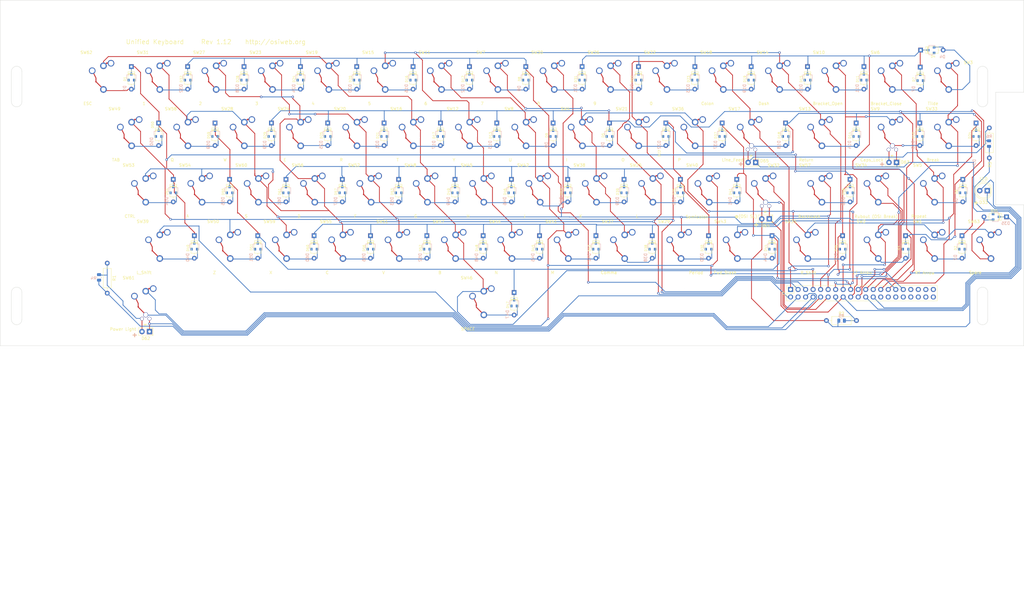
<source format=kicad_pcb>
(kicad_pcb (version 20211014) (generator pcbnew)
  (title_block (title "Classic Retro Keyboard") (date "2022-04-09") (rev "1.13") (company "OSIWeb.org"))
  (layers (0 "F.Cu" signal) (31 "B.Cu" signal) (34 "B.Paste" user) (35 "F.Paste" user) (36 "B.SilkS" user "B.Silkscreen") (37 "F.SilkS" user "F.Silkscreen") (38 "B.Mask" user) (39 "F.Mask" user) (44 "Edge.Cuts" user))
  (net 0 "")
  (net 1 "/Row3")
  (net 2 "/Row0")
  (net 3 "/Row1")
  (net 4 "Net-(D5-Pad2)")
  (net 5 "Net-(D7-Pad2)")
  (net 6 "Net-(D8-Pad2)")
  (net 7 "Net-(D9-Pad2)")
  (net 8 "Net-(D10-Pad2)")
  (net 9 "Net-(D11-Pad2)")
  (net 10 "Net-(D12-Pad2)")
  (net 11 "Net-(D13-Pad2)")
  (net 12 "Net-(D14-Pad2)")
  (net 13 "Net-(D15-Pad2)")
  (net 14 "Net-(D16-Pad2)")
  (net 15 "Net-(D18-Pad2)")
  (net 16 "Net-(D19-Pad2)")
  (net 17 "Net-(D20-Pad2)")
  (net 18 "Net-(D22-Pad2)")
  (net 19 "Net-(D23-Pad2)")
  (net 20 "Net-(D24-Pad2)")
  (net 21 "Net-(D25-Pad2)")
  (net 22 "Net-(D26-Pad2)")
  (net 23 "Net-(D27-Pad2)")
  (net 24 "Net-(D28-Pad2)")
  (net 25 "Net-(D29-Pad2)")
  (net 26 "Net-(D30-Pad2)")
  (net 27 "Net-(D31-Pad2)")
  (net 28 "Net-(D32-Pad2)")
  (net 29 "Net-(D34-Pad2)")
  (net 30 "Net-(D36-Pad2)")
  (net 31 "/Row4")
  (net 32 "/Row5")
  (net 33 "/Row7")
  (net 34 "Net-(D41-Pad2)")
  (net 35 "Net-(D42-Pad2)")
  (net 36 "Net-(D43-Pad2)")
  (net 37 "Net-(D45-Pad2)")
  (net 38 "Net-(D46-Pad2)")
  (net 39 "Net-(D47-Pad2)")
  (net 40 "Net-(D48-Pad2)")
  (net 41 "Net-(D49-Pad2)")
  (net 42 "Net-(D50-Pad2)")
  (net 43 "Net-(D51-Pad2)")
  (net 44 "Net-(D52-Pad2)")
  (net 45 "Net-(D53-Pad2)")
  (net 46 "Net-(D54-Pad2)")
  (net 47 "Net-(D55-Pad2)")
  (net 48 "Net-(D56-Pad2)")
  (net 49 "Net-(D57-Pad2)")
  (net 50 "Net-(D58-Pad2)")
  (net 51 "Net-(D59-Pad2)")
  (net 52 "Net-(D60-Pad2)")
  (net 53 "Net-(D61-Pad2)")
  (net 54 "/Col0")
  (net 55 "/Col1")
  (net 56 "/Col2")
  (net 57 "/Col3")
  (net 58 "/Col4")
  (net 59 "/Col5")
  (net 60 "/Col6")
  (net 61 "/Col7")
  (net 62 "/Row6")
  (net 63 "/Row2")
  (net 64 "Net-(D2-Pad2)")
  (net 65 "Net-(D3-Pad2)")
  (net 66 "Net-(D4-Pad2)")
  (net 67 "Net-(D6-Pad2)")
  (net 68 "Net-(D17-Pad2)")
  (net 69 "Net-(D21-Pad2)")
  (net 70 "Net-(D37-Pad2)")
  (net 71 "Net-(D38-Pad2)")
  (net 72 "Net-(D39-Pad2)")
  (net 73 "Net-(D40-Pad2)")
  (net 74 "Net-(D44-Pad2)")
  (net 75 "Net-(J1-Pad6)")
  (net 76 "Net-(J1-Pad10)")
  (net 77 "Net-(J1-Pad12)")
  (net 78 "Net-(J1-Pad18)")
  (net 79 "Net-(J1-Pad20)")
  (net 80 "Net-(J1-Pad2)")
  (net 81 "Net-(J1-Pad4)")
  (net 82 "Net-(D1-Pad2)")
  (net 83 "Net-(D35-Pad2)")
  (net 84 "Net-(D33-Pad2)")
  (net 85 "Net-(D33-Pad1)")
  (net 86 "Net-(J1-Pad22)")
  (net 87 "Net-(J1-Pad14)")
  (net 88 "Net-(D62-Pad2)")
  (net 89 "Net-(D62-Pad1)")
  (net 90 "Net-(D63-Pad2)")
  (net 91 "Net-(D63-Pad1)")
  (footprint "unikbd:Key_MX" (layer "F.Cu") (at 354.32238 108.84916)
    (fp_text reference "SW33")
    (fp_text value "Break")
  )
  (footprint "unikbd:Key_MX" (layer "F.Cu") (at 349.55988 146.94916)
    (fp_text reference "SW1")
    (fp_text value "RT Arrow")
  )
  (footprint "unikbd:Key_MX" (layer "F.Cu") (at 354.32238 89.79916)
    (fp_text reference "SW3")
    (fp_text value "Tilde")
  )
  (footprint "unikbd:Key_MX" (layer "F.Cu") (at 201.92238 89.79916)
    (fp_text reference "SW7")
    (fp_text value "7")
  )
  (footprint "unikbd:Key_MX" (layer "F.Cu") (at 182.87238 89.79916)
    (fp_text reference "SW11")
    (fp_text value "6")
  )
  (footprint "unikbd:Key_MX" (layer "F.Cu") (at 297.17238 89.79916)
    (fp_text reference "SW14")
    (fp_text value "Dash")
  )
  (footprint "unikbd:Key_MX" (layer "F.Cu") (at 163.82238 89.79916)
    (fp_text reference "SW15")
    (fp_text value "5")
  )
  (footprint "unikbd:Key_MX" (layer "F.Cu") (at 278.12238 89.79916)
    (fp_text reference "SW18")
    (fp_text value "Colon")
  )
  (footprint "unikbd:Key_MX" (layer "F.Cu") (at 144.77238 89.79916)
    (fp_text reference "SW19")
    (fp_text value "4")
  )
  (footprint "unikbd:Key_MX" (layer "F.Cu") (at 249.54738 108.84916)
    (fp_text reference "SW21")
    (fp_text value "O")
  )
  (footprint "unikbd:Key_MX" (layer "F.Cu") (at 125.72238 89.79916)
    (fp_text reference "SW23")
    (fp_text value "3")
  )
  (footprint "unikbd:Key_MX" (layer "F.Cu") (at 240.02238 89.79916)
    (fp_text reference "SW26")
    (fp_text value "9")
  )
  (footprint "unikbd:Key_MX" (layer "F.Cu") (at 106.67238 89.79916)
    (fp_text reference "SW27")
    (fp_text value "2")
  )
  (footprint "unikbd:Key_MX" (layer "F.Cu") (at 220.97238 89.79916)
    (fp_text reference "SW30")
    (fp_text value "8")
  )
  (footprint "unikbd:Key_MX" (layer "F.Cu") (at 87.62238 89.79916)
    (fp_text reference "SW31")
    (fp_text value "1")
  )
  (footprint "unikbd:Key_MX" (layer "F.Cu") (at 349.55988 127.89916)
    (fp_text reference "SW5")
    (fp_text value "Repeat")
  )
  (footprint "unikbd:Key_MX" (layer "F.Cu") (at 330.50988 146.94916)
    (fp_text reference "SW2")
    (fp_text value "LT Arrow")
  )
  (footprint "unikbd:Key_MX" (layer "F.Cu") (at 230.49738 108.84916)
    (fp_text reference "SW4")
    (fp_text value "I")
  )
  (footprint "unikbd:Key_MX" (layer "F.Cu") (at 173.34738 108.84916)
    (fp_text reference "SW16")
    (fp_text value "T")
  )
  (footprint "unikbd:Key_MX" (layer "F.Cu") (at 211.44738 108.84916)
    (fp_text reference "SW8")
    (fp_text value "U")
  )
  (footprint "unikbd:Key_MX" (layer "F.Cu") (at 192.39738 108.84916)
    (fp_text reference "SW12")
    (fp_text value "Y")
  )
  (footprint "unikbd:Key_MX" (layer "F.Cu") (at 154.29738 108.84916)
    (fp_text reference "SW20")
    (fp_text value "R")
  )
  (footprint "unikbd:Key_MX" (layer "F.Cu") (at 135.24738 108.84916)
    (fp_text reference "SW24")
    (fp_text value "E")
  )
  (footprint "unikbd:Key_MX" (layer "F.Cu") (at 116.19738 108.84916)
    (fp_text reference "SW28")
    (fp_text value "W")
  )
  (footprint "unikbd:Key_MX" (layer "F.Cu") (at 78.09738 108.84916)
    (fp_text reference "SW49")
    (fp_text value "TAB")
  )
  (footprint "unikbd:Key_MX" (layer "F.Cu") (at 268.59738 108.84916)
    (fp_text reference "SW36")
    (fp_text value "P")
  )
  (footprint "unikbd:Key_MX" (layer "F.Cu") (at 101.90988 127.89916)
    (fp_text reference "SW54")
    (fp_text value "A")
  )
  (footprint "unikbd:Key_MX" (layer "F.Cu") (at 140.00988 127.89916)
    (fp_text reference "SW56")
    (fp_text value "D")
  )
  (footprint "unikbd:Key_MX" (layer "F.Cu") (at 120.95988 127.89916)
    (fp_text reference "SW60")
    (fp_text value "S")
  )
  (footprint "unikbd:Key_MX" (layer "F.Cu") (at 254.30988 127.89916)
    (fp_text reference "SW25")
    (fp_text value "L")
  )
  (footprint "unikbd:Key_MX" (layer "F.Cu") (at 82.85988 127.89916)
    (fp_text reference "SW53")
    (fp_text value "CTRL")
  )
  (footprint "unikbd:Key_MX" (layer "F.Cu") (at 273.35988 127.89916)
    (fp_text reference "SW40")
    (fp_text value "Semicolon")
  )
  (footprint "unikbd:Key_MX" (layer "F.Cu") (at 235.25988 127.89916)
    (fp_text reference "SW38")
    (fp_text value "K")
  )
  (footprint "unikbd:Key_MX" (layer "F.Cu") (at 159.05988 127.89916)
    (fp_text reference "SW52")
    (fp_text value "F")
  )
  (footprint "unikbd:Key_MX" (layer "F.Cu") (at 178.10988 127.89916)
    (fp_text reference "SW48")
    (fp_text value "G")
  )
  (footprint "unikbd:Key_MX" (layer "F.Cu") (at 216.20988 127.89916)
    (fp_text reference "SW42")
    (fp_text value "J")
  )
  (footprint "unikbd:Key_MX" (layer "F.Cu") (at 197.15988 127.89916)
    (fp_text reference "SW45")
    (fp_text value "H")
  )
  (footprint "unikbd:Key_MX" (layer "F.Cu") (at 149.53488 146.94916)
    (fp_text reference "SW55")
    (fp_text value "C")
  )
  (footprint "unikbd:Key_MX" (layer "F.Cu") (at 130.48488 146.94916)
    (fp_text reference "SW59")
    (fp_text value "X")
  )
  (footprint "unikbd:Key_MX" (layer "F.Cu") (at 187.63488 146.94916)
    (fp_text reference "SW47")
    (fp_text value "B")
  )
  (footprint "unikbd:Key_MX" (layer "F.Cu") (at 87.62238 146.94916)
    (fp_text reference "SW39")
    (fp_text value "L_Shift")
  )
  (footprint "unikbd:Key_MX" (layer "F.Cu") (at 244.78488 146.94916)
    (fp_text reference "SW37")
    (fp_text value "Comma")
  )
  (footprint "unikbd:Key_MX" (layer "F.Cu") (at 206.68488 146.94916)
    (fp_text reference "SW44")
    (fp_text value "N")
  )
  (footprint "unikbd:Key_MX" (layer "F.Cu") (at 111.43488 146.94916)
    (fp_text reference "SW50")
    (fp_text value "Z")
  )
  (footprint "unikbd:Key_MX" (layer "F.Cu") (at 225.73488 146.94916)
    (fp_text reference "SW41")
    (fp_text value "M")
  )
  (footprint "unikbd:Key_MX" (layer "F.Cu") (at 168.58488 146.94916)
    (fp_text reference "SW51")
    (fp_text value "V")
  )
  (footprint "unikbd:Key_MX" (layer "F.Cu") (at 306.69738 146.94916)
    (fp_text reference "SW35")
    (fp_text value "R_Shift")
  )
  (footprint "unikbd:Key_MX" (layer "F.Cu") (at 316.22238 89.79916)
    (fp_text reference "SW10")
    (fp_text value "Bracket_Open")
  )
  (footprint "unikbd:Key_MX" (layer "F.Cu") (at 335.27238 89.79916)
    (fp_text reference "SW6")
    (fp_text value "Bracket_Close")
  )
  (footprint "unikbd:Key_MX" (layer "F.Cu") (at 311.45988 108.84916)
    (fp_text reference "SW13")
    (fp_text value "Return")
  )
  (footprint "unikbd:Key_MX" (layer "F.Cu") (at 259.07238 89.79916)
    (fp_text reference "SW22")
    (fp_text value "0")
  )
  (footprint "unikbd:Key_MX" (layer "F.Cu") (at 311.45988 127.89916)
    (fp_text reference "SW57")
    (fp_text value "Backslash")
  )
  (footprint "unikbd:Key_MX" (layer "F.Cu") (at 263.83488 146.94916)
    (fp_text reference "SW29")
    (fp_text value "Period")
  )
  (footprint "unikbd:Key_MX_LED" (layer "F.Cu") (at 335.27238 108.84916)
    (fp_text reference "SW9")
    (fp_text value "Caps_Lock")
  )
  (footprint "unikbd:Key_MX" (layer "F.Cu") (at 330.50988 127.89916)
    (fp_text reference "SW34")
    (fp_text value "Rubout (OSI Break)")
  )
  (footprint "unikbd:Key_MX" (layer "F.Cu") (at 97.14738 108.84916)
    (fp_text reference "SW58")
    (fp_text value "Q")
  )
  (footprint "unikbd:Key_MX" (layer "F.Cu") (at 68.57238 89.79916)
    (fp_text reference "SW62")
    (fp_text value "ESC")
  )
  (footprint "unikbd:Key_MX" (layer "F.Cu") (at 368.60988 146.94916)
    (fp_text reference "SW63")
    (fp_text value "Spare")
  )
  (footprint "Resistor_THT:R_Axial_DIN0207_L6.3mm_D2.5mm_P10.16mm_Horizontal" (layer "F.Cu") (at 69.85 152.4 -90)
    (fp_text reference "R1")
    (fp_text value "470")
  )
  (footprint "Resistor_THT:R_Axial_DIN0207_L6.3mm_D2.5mm_P10.16mm_Horizontal" (layer "F.Cu") (at 368.046 116.84 90)
    (fp_text reference "R3")
    (fp_text value "470")
  )
  (footprint "unikbd:Key_MX_Spacebar_5.25" (layer "F.Cu") (at 197.15988 165.99916)
    (fp_text reference "SW46")
    (fp_text value "SPACE")
  )
  (footprint "LED_THT:LED_D2.0mm_W4.8mm_H2.5mm_FlatTop" (layer "F.Cu") (at 84.14258 175.54194 180)
    (fp_text reference "D62")
    (fp_text value "LED")
  )
  (footprint "unikbd:Key_MX_LED" (layer "F.Cu") (at 82.85988 165.99916)
    (fp_text reference "SW61")
    (fp_text value "Power Light")
  )
  (footprint "LED_THT:LED_D2.0mm_W4.8mm_H2.5mm_FlatTop" (layer "F.Cu") (at 293.67988 137.43432 180)
    (fp_text reference "D64")
    (fp_text value "LED")
  )
  (footprint "unikbd:Key_MX_LED" (layer "F.Cu") (at 287.64738 108.84916)
    (fp_text reference "SW17")
    (fp_text value "Line_Feed")
  )
  (footprint "LED_THT:LED_D2.0mm_W4.8mm_H2.5mm_FlatTop" (layer "F.Cu") (at 289.052 118.35892 180)
    (fp_text reference "D65")
    (fp_text value "LED")
  )
  (footprint "unikbd:Key_MX" (layer "F.Cu") (at 282.88488 146.94916)
    (fp_text reference "SW43")
    (fp_text value "Fwd_Slash")
  )
  (footprint "unikbd:Key_MX_LED" (layer "F.Cu") (at 292.40988 127.89916)
    (fp_text reference "SW32")
    (fp_text value "@(OSI SL)")
  )
  (footprint "unikbd:kbd_header_and_mounting_holes" (layer "F.Cu") (at 301.0408 163.87826 90)
    (fp_text reference "J1")
    (fp_text value "Controller")
  )
  (footprint "Resistor_THT:R_Axial_DIN0207_L6.3mm_D2.5mm_P10.16mm_Horizontal" (layer "F.Cu") (at 312.98388 171.8183)
    (fp_text reference "R2")
    (fp_text value "470")
  )
  (footprint "LED_THT:LED_D5.0mm" (layer "F.Cu") (at 367.3602 127.889 180)
    (fp_text reference "D33")
    (fp_text value "LED")
  )
  (footprint "LED_THT:LED_D2.0mm_W4.8mm_H2.5mm_FlatTop" (layer "F.Cu") (at 336.677 118.35892 180)
    (fp_text reference "D63")
    (fp_text value "LED")
  )
  (footprint "unikbd:diode-combined" (layer "B.Cu") (at 363.58322 108.58246 -90)
    (fp_text reference "D34")
    (fp_text value "1N4148" hide)
  )
  (footprint "unikbd:diode-combined" (layer "B.Cu") (at 207.40878 165.88486 -90)
    (fp_text reference "D47")
    (fp_text value "1N4148")
  )
  (footprint "unikbd:diode-combined" (layer "B.Cu") (at 320.9798 127.63246 -90)
    (fp_text reference "D58")
    (fp_text value "1N4148")
  )
  (footprint "unikbd:diode-combined" (layer "B.Cu") (at 211.34578 89.53246 -90)
    (fp_text reference "D8")
    (fp_text value "1N4148")
  )
  (footprint "unikbd:diode-combined" (layer "B.Cu") (at 325.64578 89.53246 -90)
    (fp_text reference "D11")
    (fp_text value "1N4148")
  )
  (footprint "unikbd:diode-combined" (layer "B.Cu") (at 192.29578 89.53246 -90)
    (fp_text reference "D12")
    (fp_text value "1N4148")
  )
  (footprint "unikbd:diode-combined" (layer "B.Cu") (at 306.59578 89.53246 -90)
    (fp_text reference "D15")
    (fp_text value "1N4148")
  )
  (footprint "unikbd:diode-combined" (layer "B.Cu") (at 173.24578 89.53246 -90)
    (fp_text reference "D16")
    (fp_text value "1N4148")
  )
  (footprint "unikbd:diode-combined" (layer "B.Cu") (at 287.54578 89.53246 -90)
    (fp_text reference "D19")
    (fp_text value "1N4148")
  )
  (footprint "unikbd:diode-combined" (layer "B.Cu") (at 154.19578 89.53246 -90)
    (fp_text reference "D20")
    (fp_text value "1N4148")
  )
  (footprint "unikbd:diode-combined" (layer "B.Cu") (at 135.14578 89.53246 -90)
    (fp_text reference "D24")
    (fp_text value "1N4148")
  )
  (footprint "unikbd:diode-combined" (layer "B.Cu") (at 249.44578 89.53246 -90)
    (fp_text reference "D27")
    (fp_text value "1N4148")
  )
  (footprint "unikbd:diode-combined" (layer "B.Cu") (at 116.09578 89.53246 -90)
    (fp_text reference "D28")
    (fp_text value "1N4148")
  )
  (footprint "unikbd:diode-combined" (layer "B.Cu") (at 230.39578 89.53246 -90)
    (fp_text reference "D31")
    (fp_text value "1N4148")
  )
  (footprint "unikbd:diode-combined" (layer "B.Cu") (at 97.04578 89.53246 -90)
    (fp_text reference "D32")
    (fp_text value "1N4148")
  )
  (footprint "unikbd:diode-combined" (layer "B.Cu") (at 323.04228 108.58246 -90)
    (fp_text reference "D14")
    (fp_text value "1N4148")
  )
  (footprint "unikbd:diode-combined" (layer "B.Cu") (at 359.0798 127.63246 -90)
    (fp_text reference "D6")
    (fp_text value "1N4148" hide)
  )
  (footprint "unikbd:diode-combined" (layer "B.Cu") (at 277.74138 108.58246 -90)
    (fp_text reference "D37")
    (fp_text value "1N4148")
  )
  (footprint "unikbd:diode-combined" (layer "B.Cu") (at 87.24138 108.58246 -90)
    (fp_text reference "D50")
    (fp_text value "1N4148")
  )
  (footprint "unikbd:diode-combined" (layer "B.Cu") (at 220.59138 108.58246 -90)
    (fp_text reference "D9")
    (fp_text value "1N4148")
  )
  (footprint "unikbd:diode-combined" (layer "B.Cu") (at 268.49578 89.53246 -90)
    (fp_text reference "D23")
    (fp_text value "1N4148")
  )
  (footprint "unikbd:diode-combined" (layer "B.Cu") (at 125.34138 108.58246 -90)
    (fp_text reference "D29")
    (fp_text value "1N4148")
  )
  (footprint "unikbd:diode-combined" (layer "B.Cu") (at 106.29138 108.58246 -90)
    (fp_text reference "D59")
    (fp_text value "1N4148")
  )
  (footprint "unikbd:diode-combined" (layer "B.Cu") (at 182.49138 108.58246 -90)
    (fp_text reference "D17")
    (fp_text value "1N4148")
  )
  (footprint "unikbd:diode-combined" (layer "B.Cu") (at 144.39138 108.58246 -90)
    (fp_text reference "D25")
    (fp_text value "1N4148")
  )
  (footprint "unikbd:diode-combined" (layer "B.Cu") (at 163.44138 108.58246 -90)
    (fp_text reference "D21")
    (fp_text value "1N4148")
  )
  (footprint "unikbd:diode-combined" (layer "B.Cu") (at 201.54138 108.58246 -90)
    (fp_text reference "D13")
    (fp_text value "1N4148")
  )
  (footprint "unikbd:diode-combined" (layer "B.Cu") (at 239.64138 108.58246 -90)
    (fp_text reference "D5")
    (fp_text value "1N4148")
  )
  (footprint "unikbd:diode-combined" (layer "B.Cu") (at 244.56898 127.63246 -90)
    (fp_text reference "D39")
    (fp_text value "1N4148")
  )
  (footprint "unikbd:diode-combined" (layer "B.Cu") (at 225.51898 127.63246 -90)
    (fp_text reference "D43")
    (fp_text value "1N4148")
  )
  (footprint "unikbd:diode-combined" (layer "B.Cu") (at 149.31898 127.63246 -90)
    (fp_text reference "D57")
    (fp_text value "1N4148")
  )
  (footprint "unikbd:diode-combined" (layer "B.Cu") (at 111.21898 127.63246 -90)
    (fp_text reference "D55")
    (fp_text value "1N4148")
  )
  (footprint "unikbd:diode-combined" (layer "B.Cu") (at 168.36898 127.63246 -90)
    (fp_text reference "D53")
    (fp_text value "1N4148")
  )
  (footprint "unikbd:diode-combined" (layer "B.Cu") (at 92.16898 127.63246 -90)
    (fp_text reference "D54")
    (fp_text value "1N4148")
  )
  (footprint "unikbd:diode-combined" (layer "B.Cu") (at 187.41898 127.63246 -90)
    (fp_text reference "D49")
    (fp_text value "1N4148")
  )
  (footprint "unikbd:diode-combined" (layer "B.Cu") (at 206.46898 127.63246 -90)
    (fp_text reference "D46")
    (fp_text value "1N4148")
  )
  (footprint "unikbd:diode-combined" (layer "B.Cu") (at 130.26898 127.63246 -90)
    (fp_text reference "D61")
    (fp_text value "1N4148")
  )
  (footprint "unikbd:diode-combined" (layer "B.Cu") (at 263.61898 127.63246 -90)
    (fp_text reference "D26")
    (fp_text value "1N4148")
  )
  (footprint "unikbd:diode-combined" (layer "B.Cu") (at 344.69578 89.7001 -90)
    (fp_text reference "D7")
    (fp_text value "1N4148")
  )
  (footprint "unikbd:diode-combined" (layer "B.Cu") (at 344.53322 108.58246 -90)
    (fp_text reference "D10")
    (fp_text value "1N4148")
  )
  (footprint "unikbd:diode-combined" (layer "B.Cu") (at 258.69138 108.58246 -90)
    (fp_text reference "D22")
    (fp_text value "1N4148")
  )
  (footprint "unikbd:diode-combined" (layer "B.Cu") (at 77.99578 89.53246 -90)
    (fp_text reference "D1")
    (fp_text value "1N4148")
  )
  (footprint "unikbd:diode-combined" (layer "B.Cu") (at 370.3193 136.7536 180)
    (fp_text reference "D35")
    (fp_text value "1N4148" hide)
  )
  (footprint "unikbd:diode-combined" (layer "B.Cu") (at 299.19168 108.58246 -90)
    (fp_text reference "D18")
    (fp_text value "1N4148")
  )
  (footprint "Resistor_SMD:R_0805_2012Metric" (layer "B.Cu") (at 67.0814 157.226 -90)
    (fp_text reference "R4")
    (fp_text value "470" hide)
  )
  (footprint "Resistor_SMD:R_0805_2012Metric" (layer "B.Cu") (at 318.1096 171.8564)
    (fp_text reference "R5")
    (fp_text value "470" hide)
  )
  (footprint "Resistor_SMD:R_0805_2012Metric" (layer "B.Cu") (at 367.9444 111.9886 90)
    (fp_text reference "R6")
    (fp_text value "470" hide)
  )
  (footprint "unikbd:diode-combined" (layer "B.Cu") (at 318.44488 146.68246 -90)
    (fp_text reference "D36")
    (fp_text value "1N4148")
  )
  (footprint "unikbd:diode-combined" (layer "B.Cu") (at 273.14398 146.68246 -90)
    (fp_text reference "D30")
    (fp_text value "1N4148")
  )
  (footprint "unikbd:diode-combined" (layer "B.Cu") (at 254.09398 146.68246 -90)
    (fp_text reference "D38")
    (fp_text value "1N4148")
  )
  (footprint "unikbd:diode-combined" (layer "B.Cu") (at 99.29368 146.68246 -90)
    (fp_text reference "D40")
    (fp_text value "1N4148")
  )
  (footprint "unikbd:diode-combined" (layer "B.Cu") (at 294.59428 146.68246 -90)
    (fp_text reference "D44")
    (fp_text value "1N4148")
  )
  (footprint "unikbd:diode-combined" (layer "B.Cu") (at 235.04398 146.68246 -90)
    (fp_text reference "D42")
    (fp_text value "1N4148")
  )
  (footprint "unikbd:diode-combined" (layer "B.Cu") (at 215.99398 146.68246 -90)
    (fp_text reference "D45")
    (fp_text value "1N4148")
  )
  (footprint "unikbd:diode-combined" (layer "B.Cu") (at 196.94398 146.68246 -90)
    (fp_text reference "D48")
    (fp_text value "1N4148")
  )
  (footprint "unikbd:diode-combined" (layer "B.Cu") (at 120.74398 146.68246 -90)
    (fp_text reference "D51")
    (fp_text value "1N4148")
  )
  (footprint "unikbd:diode-combined" (layer "B.Cu") (at 177.89398 146.68246 -90)
    (fp_text reference "D52")
    (fp_text value "1N4148")
  )
  (footprint "unikbd:diode-combined" (layer "B.Cu") (at 158.84398 146.68246 -90)
    (fp_text reference "D56")
    (fp_text value "1N4148")
  )
  (footprint "unikbd:diode-combined" (layer "B.Cu") (at 139.79398 146.68246 -90)
    (fp_text reference "D60")
    (fp_text value "1N4148")
  )
  (footprint "unikbd:diode-combined" (layer "B.Cu") (at 358.806513 146.68246 -90)
    (fp_text reference "D2")
    (fp_text value "1N4148")
  )
  (footprint "unikbd:diode-combined" (layer "B.Cu") (at 339.756513 146.68246 -90)
    (fp_text reference "D3")
    (fp_text value "1N4148")
  )
  (footprint "unikbd:diode-combined" (layer "B.Cu") (at 282.66898 127.63246 -90)
    (fp_text reference "D41")
    (fp_text value "1N4148")
  )
  (footprint "unikbd:diode-combined" (layer "B.Cu") (at 348.3864 80.391)
    (fp_text reference "D4")
    (fp_text value "1N4148" hide)
  )
  (gr_line (start 379.73 63.5) (end 33.64738 63.5) (layer "Edge.Cuts") (width 0.1))
  (gr_line (start 33.64738 180.34) (end 379.73 180.34) (layer "Edge.Cuts") (width 0.1))
  (gr_line (start 379.73 63.5) (end 379.73 94.615) (layer "Edge.Cuts") (width 0.1016))
  (gr_line (start 370.21738 94.615) (end 370.21738 132.715) (layer "Edge.Cuts") (width 0.1016))
  (gr_line (start 370.21738 94.615) (end 379.73 94.615) (layer "Edge.Cuts") (width 0.1016))
  (gr_line (start 379.73 132.715) (end 379.73 180.34) (layer "Edge.Cuts") (width 0.1016))
  (gr_arc (start 41.01338 97.79) (mid 39.23538 99.568) (end 37.45738 97.79) (layer "Edge.Cuts") (width 0.1016))
  (gr_arc (start 37.45738 87.63) (mid 39.23538 85.852) (end 41.01338 87.63) (layer "Edge.Cuts") (width 0.1016))
  (gr_line (start 37.45738 97.79) (end 37.45738 87.63) (layer "Edge.Cuts") (width 0.1016))
  (gr_arc (start 37.45738 162.306) (mid 39.23538 160.528) (end 41.01338 162.306) (layer "Edge.Cuts") (width 0.1016))
  (gr_line (start 41.01338 171.45) (end 41.01338 162.306) (layer "Edge.Cuts") (width 0.1016))
  (gr_line (start 37.45738 171.45) (end 37.45738 162.306) (layer "Edge.Cuts") (width 0.1016))
  (gr_arc (start 41.01338 171.45) (mid 39.23538 173.228) (end 37.45738 171.45) (layer "Edge.Cuts") (width 0.1016))
  (gr_line (start 367.538 87.63) (end 367.538 97.79) (layer "Edge.Cuts") (width 0.1016))
  (gr_line (start 363.982 87.63) (end 363.982 97.79) (layer "Edge.Cuts") (width 0.1016))
  (gr_arc (start 367.538 97.79) (mid 365.76 99.568) (end 363.982 97.79) (layer "Edge.Cuts") (width 0.1016))
  (gr_arc (start 363.982 87.63) (mid 365.76 85.852) (end 367.538 87.63) (layer "Edge.Cuts") (width 0.1016))
  (gr_line (start 367.538 171.45) (end 367.538 162.306) (layer "Edge.Cuts") (width 0.1016))
  (gr_arc (start 363.982 162.306) (mid 365.76 160.528) (end 367.538 162.306) (layer "Edge.Cuts") (width 0.1016))
  (gr_arc (start 367.538 171.45) (mid 365.76 173.228) (end 363.982 171.45) (layer "Edge.Cuts") (width 0.1016))
  (gr_line (start 363.982 171.45) (end 363.982 162.306) (layer "Edge.Cuts") (width 0.1016))
  (gr_line (start 33.64738 63.5) (end 33.64738 180.34) (layer "Edge.Cuts") (width 0.1016))
  (gr_line (start 41.01338 97.79) (end 41.01338 87.63) (layer "Edge.Cuts") (width 0.1016))
  (gr_line (start 370.21738 132.715) (end 379.73 132.715) (layer "Edge.Cuts") (width 0.1016))
  (gr_text "+" (at 331.81 118.87) (layer "B.SilkS") (effects (font (size 1.5 1.5) (thickness 0.3)) (justify mirror)))
  (gr_text "+" (at 284.051 118.8016) (layer "B.SilkS") (effects (font (size 1.5 1.5) (thickness 0.3)) (justify mirror)))
  (gr_text "+" (at 79.131 176.6316) (layer "B.SilkS") (effects (font (size 1.5 1.5) (thickness 0.3)) (justify mirror)))
  (gr_text "+" (at 289.2552 139.319) (layer "F.SilkS") (effects (font (size 1.5 1.5) (thickness 0.3)) (justify mirror)))
  (gr_text "+" (at 79.121 176.6316) (layer "F.SilkS") (effects (font (size 1.5 1.5) (thickness 0.3)) (justify mirror)))
  (gr_text "Unified Keyboard     Rev 1.12    http://osiweb.org" (at 106.553 77.597) (layer "F.SilkS") (effects (font (size 1.524 1.524) (thickness 0.1778))))
  (gr_text "+" (at 284.0736 118.7958) (layer "F.SilkS") (effects (font (size 1.5 1.5) (thickness 0.3)) (justify mirror)))
  (gr_text "+" (at 331.8002 118.872) (layer "F.SilkS") (effects (font (size 1.5 1.5) (thickness 0.3)) (justify mirror)))
  (gr_text "+" (at 363.601 131.9276) (layer "F.SilkS") (effects (font (size 1.5 1.5) (thickness 0.3)) (justify mirror)))
  (segment (start 334.10144 158.55442) (end 339.05698 158.55442) (width 0.254) (layer "F.Cu") (net 1))
  (segment (start 341.63 155.702) (end 342.671399 154.660601) (width 0.254) (layer "F.Cu") (net 1))
  (segment (start 341.63 155.9814) (end 341.63 155.702) (width 0.254) (layer "F.Cu") (net 1))
  (segment (start 339.05698 158.55442) (end 341.63 155.9814) (width 0.254) (layer "F.Cu") (net 1))
  (segment (start 340.83941 123.825) (end 342.671399 125.656989) (width 0.254) (layer "F.Cu") (net 1))
  (segment (start 342.671399 125.656989) (end 342.671399 154.660601) (width 0.254) (layer "F.Cu") (net 1))
  (segment (start 331.343 161.31286) (end 334.10144 158.55442) (width 0.254) (layer "F.Cu") (net 1))
  (via (at 340.83941 123.825) (size 0.8128) (drill 0.4064) (layers "F.Cu" "B.Cu") (net 1))
  (via (at 341.63 155.702) (size 0.8128) (drill 0.4064) (layers "F.Cu" "B.Cu") (net 1))
  (segment (start 149.1615 119.73052) (end 168.48582 119.73052) (width 0.254) (layer "B.Cu") (net 1))
  (segment (start 244.69344 120.52808) (end 244.69344 124.0663) (width 0.254) (layer "B.Cu") (net 1))
  (segment (start 337.54249 120.52808) (end 340.83941 123.825) (width 0.254) (layer "B.Cu") (net 1))
  (segment (start 168.47058 123.03516) (end 168.48582 123.01992) (width 0.254) (layer "B.Cu") (net 1))
  (segment (start 133.67522 119.73052) (end 149.1615 119.73052) (width 0.254) (layer "B.Cu") (net 1))
  (segment (start 225.62058 124.08916) (end 225.62058 123.03516) (width 0.254) (layer "B.Cu") (net 1))
  (segment (start 206.51724 119.73052) (end 225.58756 119.73052) (width 0.254) (layer "B.Cu") (net 1))
  (segment (start 225.58756 123.00214) (end 225.58756 119.73052) (width 0.254) (layer "B.Cu") (net 1))
  (segment (start 226.38512 120.52808) (end 244.69344 120.52808) (width 0.254) (layer "B.Cu") (net 1))
  (segment (start 244.69344 120.52808) (end 337.54249 120.52808) (width 0.254) (layer "B.Cu") (net 1))
  (segment (start 168.47058 124.08916) (end 168.47058 123.03516) (width 0.254) (layer "B.Cu") (net 1))
  (segment (start 168.48582 123.01992) (end 168.48582 119.73052) (width 0.254) (layer "B.Cu") (net 1))
  (segment (start 376.897956 139.368642) (end 374.232114 136.7028) (width 0.254) (layer "B.Cu") (net 1))
  (segment (start 149.42058 123.03516) (end 149.1615 122.77608) (width 0.254) (layer "B.Cu") (net 1))
  (segment (start 206.57058 119.78386) (end 206.57058 124.08916) (width 0.254) (layer "B.Cu") (net 1))
  (segment (start 206.51724 119.73052) (end 206.57058 119.78386) (width 0.254) (layer "B.Cu") (net 1))
  (segment (start 187.52058 119.80418) (end 187.52058 124.08916) (width 0.254) (layer "B.Cu") (net 1))
  (segment (start 130.37058 124.08916) (end 130.37058 123.03516) (width 0.254) (layer "B.Cu") (net 1))
  (segment (start 187.59424 119.73052) (end 187.52058 119.80418) (width 0.254) (layer "B.Cu") (net 1))
  (segment (start 187.59424 119.73052) (end 206.51724 119.73052) (width 0.254) (layer "B.Cu") (net 1))
  (segment (start 341.63 155.702) (end 374.712066 155.702) (width 0.254) (layer "B.Cu") (net 1))
  (segment (start 149.1615 122.77608) (end 149.1615 119.73052) (width 0.254) (layer "B.Cu") (net 1))
  (segment (start 376.897956 153.51611) (end 376.897956 139.368642) (width 0.254) (layer "B.Cu") (net 1))
  (segment (start 149.42058 124.08916) (end 149.42058 123.03516) (width 0.254) (layer "B.Cu") (net 1))
  (segment (start 168.48582 119.73052) (end 187.59424 119.73052) (width 0.254) (layer "B.Cu") (net 1))
  (segment (start 225.58756 119.73052) (end 226.38512 120.52808) (width 0.254) (layer "B.Cu") (net 1))
  (segment (start 130.37058 123.03516) (end 133.67522 119.73052) (width 0.254) (layer "B.Cu") (net 1))
  (segment (start 225.62058 123.03516) (end 225.58756 123.00214) (width 0.254) (layer "B.Cu") (net 1))
  (segment (start 374.712066 155.702) (end 376.897956 153.51611) (width 0.254) (layer "B.Cu") (net 1))
  (segment (start 92.5322 128.49098) (end 96.08312 132.0419) (width 0.254) (layer "F.Cu") (net 2))
  (segment (start 317.302433 154.899611) (end 317.302433 155.834635) (width 0.254) (layer "F.Cu") (net 2))
  (segment (start 318.54648 142.08516) (end 318.47028 142.00896) (width 0.254) (layer "F.Cu") (net 2))
  (segment (start 318.47028 142.00896) (end 318.47028 127.75428) (width 0.254) (layer "F.Cu") (net 2))
  (segment (start 318.54648 143.13916) (end 318.54648 142.08516) (width 0.254) (layer "F.Cu") (net 2))
  (segment (start 96.08312 138.80846) (end 96.11858 138.80846) (width 0.254) (layer "F.Cu") (net 2))
  (segment (start 87.34298 101.31298) (end 87.34298 105.03916) (width 0.254) (layer "F.Cu") (net 2))
  (segment (start 89.93886 108.68904) (end 89.93886 120.31726) (width 0.254) (layer "F.Cu") (net 2))
  (segment (start 87.34298 106.09316) (end 89.93886 108.68904) (width 0.254) (layer "F.Cu") (net 2))
  (segment (start 302.5902 115.798598) (end 302.5902 121.2088) (width 0.254) (layer "F.Cu") (net 2))
  (segment (start 318.54648 143.13916) (end 317.49248 143.13916) (width 0.254) (layer "F.Cu") (net 2))
  (segment (start 316.896034 143.735606) (end 316.896034 154.493212) (width 0.254) (layer "F.Cu") (net 2))
  (segment (start 92.27058 122.64898) (end 92.27058 124.08916) (width 0.254) (layer "F.Cu") (net 2))
  (segment (start 318.47028 127.75428) (end 321.0814 125.14316) (width 0.254) (layer "F.Cu") (net 2))
  (segment (start 96.11858 138.80846) (end 99.39528 142.08516) (width 0.254) (layer "F.Cu") (net 2))
  (segment (start 87.34298 105.03916) (end 87.34298 106.09316) (width 0.254) (layer "F.Cu") (net 2))
  (segment (start 316.896034 154.493212) (end 317.302433 154.899611) (width 0.254) (layer "F.Cu") (net 2))
  (segment (start 317.49248 143.13916) (end 316.896034 143.735606) (width 0.254) (layer "F.Cu") (net 2))
  (segment (start 321.0814 125.14316) (end 321.0814 124.08916) (width 0.254) (layer "F.Cu") (net 2))
  (segment (start 92.27058 124.08916) (end 92.27058 125.14316) (width 0.254) (layer "F.Cu") (net 2))
  (segment (start 92.27058 125.14316) (end 92.5322 125.40478) (width 0.254) (layer "F.Cu") (net 2))
  (segment (start 317.302433 155.834635) (end 316.896034 156.241034) (width 0.254) (layer "F.Cu") (net 2))
  (segment (start 89.93886 120.31726) (end 92.27058 122.64898) (width 0.254) (layer "F.Cu") (net 2))
  (segment (start 99.39528 142.08516) (end 99.39528 143.13916) (width 0.254) (layer "F.Cu") (net 2))
  (segment (start 79.15138 85.98916) (end 81.1276 87.96538) (width 0.254) (layer "F.Cu") (net 2))
  (segment (start 96.08312 132.0419) (end 96.08312 138.80846) (width 0.254) (layer "F.Cu") (net 2))
  (segment (start 302.5902 121.2088) (end 302.4886 121.3104) (width 0.254) (layer "F.Cu") (net 2))
  (segment (start 81.1276 95.0976) (end 87.34298 101.31298) (width 0.254) (layer "F.Cu") (net 2))
  (segment (start 81.1276 87.96538) (end 81.1276 95.0976) (width 0.254) (layer "F.Cu") (net 2))
  (segment (start 92.5322 125.40478) (end 92.5322 128.49098) (width 0.254) (layer "F.Cu") (net 2))
  (segment (start 78.09738 85.98916) (end 79.15138 85.98916) (width 0.254) (layer "F.Cu") (net 2))
  (via (at 302.4886 121.3104) (size 0.8128) (drill 0.4064) (layers "F.Cu" "B.Cu") (net 2))
  (via (at 316.896034 156.241034) (size 0.8128) (drill 0.4064) (layers "F.Cu" "B.Cu") (net 2))
  (via (at 89.93886 117.42166) (size 0.8128) (drill 0.4064) (layers "F.Cu" "B.Cu") (net 2))
  (via (at 302.5902 115.798598) (size 0.8128) (drill 0.4064) (layers "F.Cu" "B.Cu") (net 2))
  (segment (start 319.41008 121.3104) (end 302.4886 121.3104) (width 0.254) (layer "B.Cu") (net 2))
  (segment (start 338.963 161.31286) (end 333.122308 155.472168) (width 0.254) (layer "B.Cu") (net 2))
  (segment (start 321.0814 122.98172) (end 319.41008 121.3104) (width 0.254) (layer "B.Cu") (net 2))
  (segment (start 91.561922 115.798598) (end 302.5902 115.798598) (width 0.254) (layer "B.Cu") (net 2))
  (segment (start 317.302433 155.834635) (end 316.896034 156.241034) (width 0.254) (layer "B.Cu") (net 2))
  (segment (start 89.93886 117.42166) (end 91.561922 115.798598) (width 0.254) (layer "B.Cu") (net 2))
  (segment (start 317.6649 155.472168) (end 317.302433 155.834635) (width 0.254) (layer "B.Cu") (net 2))
  (segment (start 321.0814 124.08916) (end 321.0814 122.98172) (width 0.254) (layer "B.Cu") (net 2))
  (segment (start 333.122308 155.472168) (end 317.6649 155.472168) (width 0.254) (layer "B.Cu") (net 2))
  (segment (start 284.988 122.0724) (end 283.464 122.0724) (width 0.254) (layer "F.Cu") (net 3))
  (segment (start 283.464 122.0724) (end 282.89758 122.63882) (width 0.254) (layer "F.Cu") (net 3))
  (segment (start 285.0896 122.0724) (end 284.988 122.0724) (width 0.254) (layer "F.Cu") (net 3))
  (segment (start 296.417988 144.861268) (end 296.417988 157.416559) (width 0.254) (layer "F.Cu") (net 3))
  (segment (start 106.39298 105.03916) (end 106.39298 109.08284) (width 0.254) (layer "F.Cu") (net 3))
  (segment (start 282.89758 122.63882) (end 282.89758 124.08916) (width 0.254) (layer "F.Cu") (net 3))
  (segment (start 288.29 130.8862) (end 285.8262 128.4224) (width 0.254) (layer "F.Cu") (net 3))
  (segment (start 284.988 113.23818) (end 277.84298 106.09316) (width 0.254) (layer "F.Cu") (net 3))
  (segment (start 277.84298 106.09316) (end 277.84298 105.03916) (width 0.254) (layer "F.Cu") (net 3))
  (segment (start 284.988 122.0724) (end 284.988 113.23818) (width 0.254) (layer "F.Cu") (net 3))
  (segment (start 111.32058 125.14316) (end 113.90376 127.72634) (width 0.254) (layer "F.Cu") (net 3))
  (segment (start 113.90376 127.72634) (end 113.90376 135.4836) (width 0.254) (layer "F.Cu") (net 3))
  (segment (start 120.84558 142.08516) (end 120.84558 143.13916) (width 0.254) (layer "F.Cu") (net 3))
  (segment (start 294.69588 143.13916) (end 296.417988 144.861268) (width 0.254) (layer "F.Cu") (net 3))
  (segment (start 114.24402 135.4836) (end 120.84558 142.08516) (width 0.254) (layer "F.Cu") (net 3))
  (segment (start 285.8262 122.809) (end 285.0896 122.0724) (width 0.254) (layer "F.Cu") (net 3))
  (segment (start 106.39298 109.08284) (end 111.32058 114.01044) (width 0.254) (layer "F.Cu") (net 3))
  (segment (start 111.32058 114.01044) (end 111.32058 124.08916) (width 0.254) (layer "F.Cu") (net 3))
  (segment (start 285.8262 128.4224) (end 285.8262 122.809) (width 0.254) (layer "F.Cu") (net 3))
  (segment (start 113.90376 135.4836) (end 114.24402 135.4836) (width 0.254) (layer "F.Cu") (net 3))
  (segment (start 111.32058 124.08916) (end 111.32058 125.14316) (width 0.254) (layer "F.Cu") (net 3))
  (segment (start 288.29 143.0274) (end 288.29 130.8862) (width 0.254) (layer "F.Cu") (net 3))
  (via (at 288.29 143.0274) (size 0.8128) (drill 0.4064) (layers "F.Cu" "B.Cu") (net 3))
  (via (at 296.417988 157.416559) (size 0.8128) (drill 0.4064) (layers "F.Cu" "B.Cu") (net 3))
  (segment (start 336.423 161.31286) (end 332.782522 157.672382) (width 0.254) (layer "B.Cu") (net 3))
  (segment (start 130.990989 154.485989) (end 123.34621 146.84121) (width 0.254) (layer "B.Cu") (net 3))
  (segment (start 294.32411 143.0274) (end 288.29 143.0274) (width 0.254) (layer "B.Cu") (net 3))
  (segment (start 295.027971 154.485989) (end 130.990989 154.485989) (width 0.254) (layer "B.Cu") (net 3))
  (segment (start 332.782522 157.672382) (end 296.673811 157.672382) (width 0.254) (layer "B.Cu") (net 3))
  (segment (start 123.34621 146.84121) (end 123.34621 145.51279) (width 0.254) (layer "B.Cu") (net 3))
  (segment (start 123.34621 145.51279) (end 121.35959 143.52617) (width 0.254) (layer "B.Cu") (net 3))
  (segment (start 294.69588 143.13916) (end 295.74988 143.13916) (width 0.254) (layer "B.Cu") (net 3))
  (segment (start 296.673811 157.672382) (end 296.417988 157.416559) (width 0.254) (layer "B.Cu") (net 3))
  (segment (start 296.92854 144.31782) (end 296.92854 152.58542) (width 0.254) (layer "B.Cu") (net 3))
  (segment (start 295.74988 143.13916) (end 296.92854 144.31782) (width 0.254) (layer "B.Cu") (net 3))
  (segment (start 296.92854 152.58542) (end 295.027971 154.485989) (width 0.254) (layer "B.Cu") (net 3))
  (segment (start 207.40878 154.5336) (end 207.40878 162.34156) (width 0.254) (layer "B.Cu") (net 3))
  (segment (start 230.21798 112.91316) (end 239.48898 112.91316) (width 0.254) (layer "B.Cu") (net 4))
  (segment (start 335.27238 93.86316) (end 344.71102 93.86316) (width 0.254) (layer "B.Cu") (net 5))
  (segment (start 201.92238 93.86316) (end 211.19338 93.86316) (width 0.254) (layer "B.Cu") (net 6))
  (segment (start 211.16798 112.91316) (end 220.43898 112.91316) (width 0.254) (layer "B.Cu") (net 7))
  (segment (start 338.836 112.649) (end 335.751789 112.649) (width 0.254) (layer "F.Cu") (net 8))
  (via (at 338.836 112.649) (size 0.8128) (drill 0.4064) (layers "F.Cu" "B.Cu") (net 8))
  (segment (start 338.836 112.649) (end 344.37481 112.649) (width 0.254) (layer "B.Cu") (net 8))
  (segment (start 316.22238 93.86316) (end 325.49338 93.86316) (width 0.254) (layer "B.Cu") (net 9))
  (segment (start 182.87238 93.86316) (end 192.14338 93.86316) (width 0.254) (layer "B.Cu") (net 10))
  (segment (start 192.11798 112.91316) (end 201.38898 112.91316) (width 0.254) (layer "B.Cu") (net 11))
  (segment (start 311.21858 112.91316) (end 322.88988 112.91316) (width 0.254) (layer "B.Cu") (net 12))
  (segment (start 297.17238 93.86316) (end 306.44338 93.86316) (width 0.254) (layer "B.Cu") (net 13))
  (segment (start 163.82238 93.86316) (end 173.09338 93.86316) (width 0.254) (layer "B.Cu") (net 14))
  (segment (start 287.36798 112.91316) (end 299.03928 112.91316) (width 0.254) (layer "B.Cu") (net 15))
  (segment (start 278.12238 93.86316) (end 287.39338 93.86316) (width 0.254) (layer "B.Cu") (net 16))
  (segment (start 144.77238 93.86316) (end 154.04338 93.86316) (width 0.254) (layer "B.Cu") (net 17))
  (segment (start 249.26798 112.91316) (end 258.53898 112.91316) (width 0.254) (layer "B.Cu") (net 18))
  (segment (start 259.07238 93.86316) (end 268.34338 93.86316) (width 0.254) (layer "B.Cu") (net 19))
  (segment (start 125.72238 93.86316) (end 134.99338 93.86316) (width 0.254) (layer "B.Cu") (net 20))
  (segment (start 144.49298 112.65916) (end 135.22198 112.65916) (width 0.254) (layer "B.Cu") (net 21))
  (segment (start 254.19558 131.96316) (end 263.46658 131.96316) (width 0.254) (layer "B.Cu") (net 22))
  (segment (start 240.02238 93.86316) (end 249.29338 93.86316) (width 0.254) (layer "B.Cu") (net 23))
  (segment (start 106.67238 93.86316) (end 115.94338 93.86316) (width 0.254) (layer "B.Cu") (net 24))
  (segment (start 115.91798 112.91316) (end 125.18898 112.91316) (width 0.254) (layer "B.Cu") (net 25))
  (segment (start 263.72058 151.01316) (end 272.99158 151.01316) (width 0.254) (layer "B.Cu") (net 26))
  (segment (start 220.97238 93.86316) (end 230.24338 93.86316) (width 0.254) (layer "B.Cu") (net 27))
  (segment (start 87.62238 93.86316) (end 96.89338 93.86316) (width 0.254) (layer "B.Cu") (net 28))
  (segment (start 354.11918 112.91316) (end 363.43082 112.91316) (width 0.254) (layer "B.Cu") (net 29))
  (segment (start 306.62118 151.01316) (end 318.29248 151.01316) (width 0.254) (layer "B.Cu") (net 30))
  (segment (start 337.05103 158.02037) (end 342.200599 152.870801) (width 0.254) (layer "F.Cu") (net 31))
  (segment (start 332.09549 158.02037) (end 337.05103 158.02037) (width 0.254) (layer "F.Cu") (net 31))
  (segment (start 342.200599 142.944667) (end 340.106 140.850068) (width 0.254) (layer "F.Cu") (net 31))
  (segment (start 362.795085 100.8634) (end 362.2294 100.8634) (width 0.254) (layer "F.Cu") (net 31))
  (segment (start 328.803 161.31286) (end 332.09549 158.02037) (width 0.254) (layer "F.Cu") (net 31))
  (segment (start 362.28401 123.41987) (end 366.14354 119.56034) (width 0.254) (layer "F.Cu") (net 31))
  (segment (start 366.14354 119.56034) (end 366.14354 104.211855) (width 0.254) (layer "F.Cu") (net 31))
  (segment (start 340.106 120.2055) (end 342.1507 118.1608) (width 0.254) (layer "F.Cu") (net 31))
  (segment (start 239.45596 100.85324) (end 239.45596 104.75214) (width 0.254) (layer "F.Cu") (net 31))
  (segment (start 342.1507 118.1608) (end 342.1507 105.302096) (width 0.254) (layer "F.Cu") (net 31))
  (segment (start 342.1507 105.302096) (end 337.994602 101.145998) (width 0.254) (layer "F.Cu") (net 31))
  (segment (start 358.908113 143.13916) (end 362.28401 139.763263) (width 0.254) (layer "F.Cu") (net 31))
  (segment (start 362.28401 139.763263) (end 362.28401 123.41987) (width 0.254) (layer "F.Cu") (net 31))
  (segment (start 340.106 140.850068) (end 340.106 120.2055) (width 0.254) (layer "F.Cu") (net 31))
  (segment (start 342.200599 152.870801) (end 342.200599 142.944667) (width 0.254) (layer "F.Cu") (net 31))
  (segment (start 366.14354 104.211855) (end 362.795085 100.8634) (width 0.254) (layer "F.Cu") (net 31))
  (via (at 362.2294 100.8634) (size 0.8) (drill 0.4) (layers "F.Cu" "B.Cu") (net 31))
  (via (at 337.994602 101.145998) (size 0.8128) (drill 0.4064) (layers "F.Cu" "B.Cu") (net 31))
  (via (at 239.45596 100.85324) (size 0.8) (drill 0.4) (layers "F.Cu" "B.Cu") (net 31))
  (segment (start 144.58442 100.87864) (end 163.4998 100.87864) (width 0.254) (layer "B.Cu") (net 31))
  (segment (start 273.31924 106.39298) (end 278.566222 101.145998) (width 0.254) (layer "B.Cu") (net 31))
  (segment (start 220.62948 100.87864) (end 239.43056 100.87864) (width 0.254) (layer "B.Cu") (net 31))
  (segment (start 163.54298 103.98516) (end 163.4998 103.94198) (width 0.254) (layer "B.Cu") (net 31))
  (segment (start 182.66918 103.90896) (end 182.66918 100.87864) (width 0.254) (layer "B.Cu") (net 31))
  (segment (start 337.994602 101.145998) (end 278.566222 101.145998) (width 0.254) (layer "B.Cu") (net 31))
  (segment (start 201.58456 103.92674) (end 201.58456 100.87864) (width 0.254) (layer "B.Cu") (net 31))
  (segment (start 144.58442 103.89372) (end 144.58442 100.87864) (width 0.254) (layer "B.Cu") (net 31))
  (segment (start 220.62948 103.92166) (end 220.62948 100.87864) (width 0.254) (layer "B.Cu") (net 31))
  (segment (start 253.1364 106.3752) (end 248.21642 106.3752) (width 0.254) (layer "B.Cu") (net 31))
  (segment (start 337.994602 101.145998) (end 361.946802 101.145998) (width 0.254) (layer "B.Cu") (net 31))
  (segment (start 265.2268 104.3432) (end 263.4996 102.616) (width 0.254) (layer "B.Cu") (net 31))
  (segment (start 263.4996 102.616) (end 256.8956 102.616) (width 0.254) (layer "B.Cu") (net 31))
  (segment (start 182.59298 105.03916) (end 182.59298 103.98516) (width 0.254) (layer "B.Cu") (net 31))
  (segment (start 125.44298 103.98516) (end 128.5495 100.87864) (width 0.254) (layer "B.Cu") (net 31))
  (segment (start 144.49298 105.03916) (end 144.49298 103.98516) (width 0.254) (layer "B.Cu") (net 31))
  (segment (start 201.64298 103.98516) (end 201.58456 103.92674) (width 0.254) (layer "B.Cu") (net 31))
  (segment (start 163.4998 103.94198) (end 163.4998 100.87864) (width 0.254) (layer "B.Cu") (net 31))
  (segment (start 128.5495 100.87864) (end 144.58442 100.87864) (width 0.254) (layer "B.Cu") (net 31))
  (segment (start 144.49298 103.98516) (end 144.58442 103.89372) (width 0.254) (layer "B.Cu") (net 31))
  (segment (start 201.64298 105.03916) (end 201.64298 103.98516) (width 0.254) (layer "B.Cu") (net 31))
  (segment (start 240.40846 104.37368) (end 239.74298 105.03916) (width 0.254) (layer "B.Cu") (net 31))
  (segment (start 267.26642 106.39298) (end 273.31924 106.39298) (width 0.254) (layer "B.Cu") (net 31))
  (segment (start 267.26642 106.39298) (end 265.24712 104.37368) (width 0.254) (layer "B.Cu") (net 31))
  (segment (start 220.69298 105.03916) (end 220.69298 103.98516) (width 0.254) (layer "B.Cu") (net 31))
  (segment (start 256.8956 102.616) (end 253.1364 106.3752) (width 0.254) (layer "B.Cu") (net 31))
  (segment (start 125.44298 105.03916) (end 125.44298 103.98516) (width 0.254) (layer "B.Cu") (net 31))
  (segment (start 220.69298 103.98516) (end 220.62948 103.92166) (width 0.254) (layer "B.Cu") (net 31))
  (segment (start 248.21642 106.3752) (end 246.2149 104.37368) (width 0.254) (layer "B.Cu") (net 31))
  (segment (start 201.58456 100.87864) (end 220.62948 100.87864) (width 0.254) (layer "B.Cu") (net 31))
  (segment (start 265.24712 104.37368) (end 265.2268 104.3432) (width 0.254) (layer "B.Cu") (net 31))
  (segment (start 163.54298 105.03916) (end 163.54298 103.98516) (width 0.254) (layer "B.Cu") (net 31))
  (segment (start 246.2149 104.37368) (end 240.40846 104.37368) (width 0.254) (layer "B.Cu") (net 31))
  (segment (start 239.43056 100.87864) (end 239.45596 100.85324) (width 0.254) (layer "B.Cu") (net 31))
  (segment (start 182.59298 103.98516) (end 182.66918 103.90896) (width 0.254) (layer "B.Cu") (net 31))
  (segment (start 361.946802 101.145998) (end 362.2294 100.8634) (width 0.254) (layer "B.Cu") (net 31))
  (segment (start 163.4998 100.87864) (end 182.66918 100.87864) (width 0.254) (layer "B.Cu") (net 31))
  (segment (start 182.66918 100.87864) (end 201.58456 100.87864) (width 0.254) (layer "B.Cu") (net 31))
  (segment (start 356.43312 135.876748) (end 356.460411 135.849457) (width 0.254) (layer "F.Cu") (net 32))
  (segment (start 261.25932 120.5739) (end 261.25932 106.4515) (width 0.254) (layer "F.Cu") (net 32))
  (segment (start 261.25932 120.5739) (end 263.72058 123.03516) (width 0.254) (layer "F.Cu") (net 32))
  (segment (start 301.617343 107.363223) (end 301.617343 114.78439) (width 0.254) (layer "F.Cu") (net 32))
  (segment (start 358.1274 124.08916) (end 359.1814 124.08916) (width 0.254) (layer "F.Cu") (net 32))
  (segment (start 263.72058 125.14316) (end 264.95756 126.38014) (width 0.254) (layer "F.Cu") (net 32))
  (segment (start 341.6046 143.831647) (end 340.912113 143.13916) (width 0.254) (layer "F.Cu") (net 32))
  (segment (start 263.72058 123.03516) (end 263.72058 124.08916) (width 0.254) (layer "F.Cu") (net 32))
  (segment (start 365.41964 117.85092) (end 365.41964 104.575756) (width 0.254) (layer "F.Cu") (net 32))
  (segment (start 341.6046 150.9268) (end 341.6046 143.831647) (width 0.254) (layer "F.Cu") (net 32))
  (segment (start 334.96504 157.56636) (end 341.6046 150.9268) (width 0.254) (layer "F.Cu") (net 32))
  (segment (start 299.29328 105.03916) (end 301.617343 107.363223) (width 0.254) (layer "F.Cu") (net 32))
  (segment (start 273.24558 136.21258) (end 273.24558 143.13916) (width 0.254) (layer "F.Cu") (net 32))
  (segment (start 340.912113 143.13916) (end 339.858113 143.13916) (width 0.254) (layer "F.Cu") (net 32))
  (segment (start 359.1814 124.08916) (end 365.41964 117.85092) (width 0.254) (layer "F.Cu") (net 32))
  (segment (start 356.460411 125.756149) (end 358.1274 124.08916) (width 0.254) (layer "F.Cu") (net 32))
  (segment (start 365.41964 104.575756) (end 362.962889 102.119005) (width 0.254) (layer "F.Cu") (net 32))
  (segment (start 264.95756 127.92456) (end 273.24558 136.21258) (width 0.254) (layer "F.Cu") (net 32))
  (segment (start 356.43312 143.41602) (end 356.43312 135.876748) (width 0.254) (layer "F.Cu") (net 32))
  (segment (start 263.72058 124.08916) (end 263.72058 125.14316) (width 0.254) (layer "F.Cu") (net 32))
  (segment (start 330.0095 157.56636) (end 334.96504 157.56636) (width 0.254) (layer "F.Cu") (net 32))
  (segment (start 356.460411 135.849457) (end 356.460411 125.756149) (width 0.254) (layer "F.Cu") (net 32))
  (segment (start 261.25932 106.4515) (end 259.84698 105.03916) (width 0.254) (layer "F.Cu") (net 32))
  (segment (start 326.263 161.31286) (end 330.0095 157.56636) (width 0.254) (layer "F.Cu") (net 32))
  (segment (start 264.95756 126.38014) (end 264.95756 127.92456) (width 0.254) (layer "F.Cu") (net 32))
  (segment (start 259.84698 105.03916) (end 258.79298 105.03916) (width 0.254) (layer "F.Cu") (net 32))
  (via (at 301.617343 114.78439) (size 0.8128) (drill 0.4064) (layers "F.Cu" "B.Cu") (net 32))
  (via (at 362.962889 102.119005) (size 0.8128) (drill 0.4064) (layers "F.Cu" "B.Cu") (net 32))
  (via (at 356.43312 143.41602) (size 0.8) (drill 0.4) (layers "F.Cu" "B.Cu") (net 32))
  (segment (start 338.346635 101.879399) (end 338.448234 101.7778) (width 0.254) (layer "B.Cu") (net 32))
  (segment (start 303.60864 101.7778) (end 323.1261 101.7778) (width 0.254) (layer "B.Cu") (net 32))
  (segment (start 337.54097 101.7778) (end 337.642569 101.879399) (width 0.254) (layer "B.Cu") (net 32))
  (segment (start 259.30699 105.42617) (end 261.93242 108.0516) (width 0.254) (layer "B.Cu") (net 32))
  (segment (start 337.642569 101.879399) (end 338.346635 101.879399) (width 0.254) (layer "B.Cu") (net 32))
  (segment (start 348.41688 144.5006) (end 355.13518 144.5006) (width 0.254) (layer "B.Cu") (net 32))
  (segment (start 338.448234 101.7778) (end 344.53322 101.7778) (width 0.254) (layer "B.Cu") (net 32))
  (segment (start 355.13518 144.5006) (end 356.21976 143.41602) (width 0.254) (layer "B.Cu") (net 32))
  (segment (start 301.210944 115.190789) (end 301.617343 114.78439) (width 0.254) (layer "B.Cu") (net 32))
  (segment (start 300.34728 105.03916) (end 303.60864 101.7778) (width 0.254) (layer "B.Cu") (net 32))
  (segment (start 323.14388 105.03916) (end 323.14388 101.79558) (width 0.254) (layer "B.Cu") (net 32))
  (segment (start 323.1261 101.7778) (end 337.54097 101.7778) (width 0.254) (layer "B.Cu") (net 32))
  (segment (start 265.711189 115.190789) (end 301.210944 115.190789) (width 0.254) (layer "B.Cu") (net 32))
  (segment (start 261.93242 108.0516) (end 261.93242 111.41202) (width 0.254) (layer "B.Cu") (net 32))
  (segment (start 362.621684 101.7778) (end 362.962889 102.119005) (width 0.254) (layer "B.Cu") (net 32))
  (segment (start 344.53322 101.7778) (end 344.63482 101.8794) (width 0.254) (layer "B.Cu") (net 32))
  (segment (start 346.60078 142.6845) (end 348.41688 144.5006) (width 0.254) (layer "B.Cu") (net 32))
  (segment (start 323.14388 101.79558) (end 323.1261 101.7778) (width 0.254) (layer "B.Cu") (net 32))
  (segment (start 261.93242 111.41202) (end 265.711189 115.190789) (width 0.254) (layer "B.Cu") (net 32))
  (segment (start 299.29328 105.03916) (end 300.34728 105.03916) (width 0.254) (layer "B.Cu") (net 32))
  (segment (start 344.53322 101.7778) (end 362.621684 101.7778) (width 0.254) (layer "B.Cu") (net 32))
  (segment (start 344.63482 101.8794) (end 344.63482 105.03916) (width 0.254) (layer "B.Cu") (net 32))
  (segment (start 339.858113 143.13916) (end 340.912113 143.13916) (width 0.254) (layer "B.Cu") (net 32))
  (segment (start 341.366773 142.6845) (end 346.60078 142.6845) (width 0.254) (layer "B.Cu") (net 32))
  (segment (start 356.21976 143.41602) (end 356.43312 143.41602) (width 0.254) (layer "B.Cu") (net 32))
  (segment (start 340.912113 143.13916) (end 341.366773 142.6845) (width 0.254) (layer "B.Cu") (net 32))
  (segment (start 222.353481 123.115681) (end 222.353481 125.007981) (width 0.254) (layer "F.Cu") (net 33))
  (segment (start 222.9485 135.382) (end 226.4791 135.382) (width 0.254) (layer "F.Cu") (net 33))
  (segment (start 211.44738 85.98916) (end 211.44738 87.04316) (width 0.254) (layer "F.Cu") (net 33))
  (segment (start 222.3135 133.35) (end 222.3135 134.747) (width 0.254) (layer "F.Cu") (net 33))
  (segment (start 226.4791 135.382) (end 232.4735 141.3764) (width 0.254) (layer "F.Cu") (net 33))
  (segment (start 222.3135 134.747) (end 222.9485 135.382) (width 0.254) (layer "F.Cu") (net 33))
  (segment (start 219.1131 102.5271) (end 219.1131 119.8753) (width 0.254) (layer "F.Cu") (net 33))
  (segment (start 223.266 125.9205) (end 223.266 132.3975) (width 0.254) (layer "F.Cu") (net 33))
  (segment (start 213.9442 97.3582) (end 219.1131 102.5271) (width 0.254) (layer "F.Cu") (net 33))
  (segment (start 219.1131 119.8753) (end 222.353481 123.115681) (width 0.254) (layer "F.Cu") (net 33))
  (segment (start 211.44738 87.04316) (end 213.9442 89.53998) (width 0.254) (layer "F.Cu") (net 33))
  (segment (start 223.266 132.3975) (end 222.3135 133.35) (width 0.254) (layer "F.Cu") (net 33))
  (segment (start 321.183 159.9184) (end 320.00952 158.74492) (width 0.254) (layer "F.Cu") (net 33))
  (segment (start 232.4735 141.3764) (end 232.4735 158.877) (width 0.254) (layer "F.Cu") (net 33))
  (segment (start 321.183 161.31286) (end 321.183 159.9184) (width 0.254) (layer "F.Cu") (net 33))
  (segment (start 213.9442 89.53998) (end 213.9442 97.3582) (width 0.254) (layer "F.Cu") (net 33))
  (segment (start 222.353481 125.007981) (end 223.266 125.9205) (width 0.254) (layer "F.Cu") (net 33))
  (via (at 232.4735 158.877) (size 0.8128) (drill 0.4064) (layers "F.Cu" "B.Cu") (net 33))
  (via (at 320.00952 158.74492) (size 0.8128) (drill 0.4064) (layers "F.Cu" "B.Cu") (net 33))
  (segment (start 135.24738 83.21294) (end 135.24738 85.98916) (width 0.254) (layer "B.Cu") (net 33))
  (segment (start 192.28308 83.1469) (end 210.75142 83.1469) (width 0.254) (layer "B.Cu") (net 33))
  (segment (start 135.18134 83.1469) (end 135.24738 83.21294) (width 0.254) (layer "B.Cu") (net 33))
  (segment (start 258.406457 162.052) (end 277.219796 162.052) (width 0.254) (layer "B.Cu") (net 33))
  (segment (start 173.4312 83.1469) (end 173.34738 83.23072) (width 0.254) (layer "B.Cu") (net 33))
  (segment (start 173.4312 83.1469) (end 192.28308 83.1469) (width 0.254) (layer "B.Cu") (net 33))
  (segment (start 192.39738 83.2612) (end 192.39738 85.98916) (width 0.254) (layer "B.Cu") (net 33))
  (segment (start 294.696171 156.879969) (end 296.109004 158.2928) (width 0.254) (layer "B.Cu") (net 33))
  (segment (start 116.19738 85.98916) (end 116.19738 83.2231) (width 0.254) (layer "B.Cu") (net 33))
  (segment (start 154.35072 83.1469) (end 173.4312 83.1469) (width 0.254) (layer "B.Cu") (net 33))
  (segment (start 97.14738 84.93516) (end 98.93564 83.1469) (width 0.254) (layer "B.Cu") (net 33))
  (segment (start 154.35072 83.1469) (end 154.29738 83.20024) (width 0.254) (layer "B.Cu") (net 33))
  (segment (start 154.29738 83.20024) (end 154.29738 85.98916) (width 0.254) (layer "B.Cu") (net 33))
  (segment (start 296.109004 158.2928) (end 315.657644 158.2928) (width 0.254) (layer "B.Cu") (net 33))
  (segment (start 210.75142 83.1469) (end 211.44738 83.84286) (width 0.254) (layer "B.Cu") (net 33))
  (segment (start 173.34738 83.23072) (end 173.34738 85.98916) (width 0.254) (layer "B.Cu") (net 33))
  (segment (start 315.685583 158.264861) (end 319.529461 158.264861) (width 0.254) (layer "B.Cu") (net 33))
  (segment (start 255.231457 158.877) (end 258.406457 162.052) (width 0.254) (layer "B.Cu") (net 33))
  (segment (start 116.19738 83.2231) (end 116.12118 83.1469) (width 0.254) (layer "B.Cu") (net 33))
  (segment (start 192.28308 83.1469) (end 192.39738 83.2612) (width 0.254) (layer "B.Cu") (net 33))
  (segment (start 277.219796 162.052) (end 282.391828 156.87997) (width 0.254) (layer "B.Cu") (net 33))
  (segment (start 135.18134 83.1469) (end 154.35072 83.1469) (width 0.254) (layer "B.Cu") (net 33))
  (segment (start 315.657644 158.2928) (end 315.685583 158.264861) (width 0.254) (layer "B.Cu") (net 33))
  (segment (start 319.529461 158.264861) (end 320.00952 158.74492) (width 0.254) (layer "B.Cu") (net 33))
  (segment (start 116.12118 83.1469) (end 135.18134 83.1469) (width 0.254) (layer "B.Cu") (net 33))
  (segment (start 282.391828 156.87997) (end 294.696171 156.879969) (width 0.254) (layer "B.Cu") (net 33))
  (segment (start 232.4735 158.877) (end 255.231457 158.877) (width 0.254) (layer "B.Cu") (net 33))
  (segment (start 97.14738 85.98916) (end 97.14738 84.93516) (width 0.254) (layer "B.Cu") (net 33))
  (segment (start 98.93564 83.1469) (end 116.12118 83.1469) (width 0.254) (layer "B.Cu") (net 33))
  (segment (start 211.44738 83.84286) (end 211.44738 85.98916) (width 0.254) (layer "B.Cu") (net 33))
  (segment (start 273.24558 131.96316) (end 282.51658 131.96316) (width 0.254) (layer "B.Cu") (net 34))
  (segment (start 225.62058 151.01316) (end 234.89158 151.01316) (width 0.254) (layer "B.Cu") (net 35))
  (segment (start 222.640171 133.080759) (end 224.01177 131.70916) (width 0.254) (layer "B.Cu") (net 36))
  (segment (start 224.01177 131.70916) (end 225.62058 131.70916) (width 0.254) (layer "B.Cu") (net 36))
  (segment (start 216.09558 131.96316) (end 217.213179 133.080759) (width 0.254) (layer "B.Cu") (net 36))
  (segment (start 217.213179 133.080759) (end 222.640171 133.080759) (width 0.254) (layer "B.Cu") (net 36))
  (segment (start 206.57058 151.01316) (end 215.84158 151.01316) (width 0.254) (layer "B.Cu") (net 37))
  (segment (start 197.04558 131.96316) (end 206.31658 131.96316) (width 0.254) (layer "B.Cu") (net 38))
  (segment (start 197.15988 169.94886) (end 207.52308 169.94886) (width 0.254) (layer "B.Cu") (net 39))
  (segment (start 187.52058 151.01316) (end 196.79158 151.01316) (width 0.254) (layer "B.Cu") (net 40))
  (segment (start 177.99558 131.96316) (end 187.26658 131.96316) (width 0.254) (layer "B.Cu") (net 41))
  (segment (start 77.99578 112.91316) (end 87.08898 112.91316) (width 0.254) (layer "B.Cu") (net 42))
  (segment (start 111.32058 151.01316) (end 120.59158 151.01316) (width 0.254) (layer "B.Cu") (net 43))
  (segment (start 168.47058 151.01316) (end 177.74158 151.01316) (width 0.254) (layer "B.Cu") (net 44))
  (segment (start 158.94558 131.96316) (end 168.21658 131.96316) (width 0.254) (layer "B.Cu") (net 45))
  (segment (start 82.74558 131.96316) (end 92.01658 131.96316) (width 0.254) (layer "B.Cu") (net 46))
  (segment (start 101.79558 131.96316) (end 111.06658 131.96316) (width 0.254) (layer "B.Cu") (net 47))
  (segment (start 149.42058 151.01316) (end 158.69158 151.01316) (width 0.254) (layer "B.Cu") (net 48))
  (segment (start 139.89558 131.96316) (end 149.16658 131.96316) (width 0.254) (layer "B.Cu") (net 49))
  (segment (start 311.34558 131.96316) (end 320.8274 131.96316) (width 0.254) (layer "B.Cu") (net 50))
  (segment (start 96.86798 112.91316) (end 106.13898 112.91316) (width 0.254) (layer "B.Cu") (net 51))
  (segment (start 130.37058 151.01316) (end 139.64158 151.01316) (width 0.254) (layer "B.Cu") (net 52))
  (segment (start 120.84558 131.96316) (end 130.11658 131.96316) (width 0.254) (layer "B.Cu") (net 53))
  (segment (start 332.8924 145.30578) (end 332.8924 152.77338) (width 0.254) (layer "F.Cu") (net 54))
  (segment (start 337.439 137.541) (end 337.439 135.3185) (width 0.254) (layer "F.Cu") (net 54))
  (segment (start 354.11918 102.37216) (end 354.11918 104.356648) (width 0.254) (layer "F.Cu") (net 54))
  (segment (start 332.8924 152.77338) (end 332.82382 152.77338) (width 0.254) (layer "F.Cu") (net 54))
  (segment (start 357.3272 98.8314) (end 357.3272 99.16414) (width 0.254) (layer "F.Cu") (net 54))
  (segment (start 357.37038 119.374918) (end 357.3018 119.443498) (width 0.254) (layer "F.Cu") (net 54))
  (segment (start 318.62014 152.99436) (end 318.62014 161.29) (width 0.254) (layer "F.Cu") (net 54))
  (segment (start 357.3272 99.16414) (end 354.11918 102.37216) (width 0.254) (layer "F.Cu") (net 54))
  (segment (start 330.55814 142.374812) (end 330.55814 140.10386) (width 0.254) (layer "F.Cu") (net 54))
  (segment (start 335.661 139.319) (end 337.439 137.541) (width 0.254) (layer "F.Cu") (net 54))
  (segment (start 357.32974 88.74252) (end 357.32974 98.82886) (width 0.254) (layer "F.Cu") (net 54))
  (segment (start 330.47178 142.88516) (end 332.8924 145.30578) (width 0.254) (layer "F.Cu") (net 54))
  (segment (start 357.37038 108.03636) (end 357.37038 119.374918) (width 0.254) (layer "F.Cu") (net 54))
  (segment (start 357.32974 98.82886) (end 357.3272 98.8314) (width 0.254) (layer "F.Cu") (net 54))
  (segment (start 332.82382 152.77338) (end 332.6257 152.9715) (width 0.254) (layer "F.Cu") (net 54))
  (segment (start 330.55814 140.10386) (end 331.343 139.319) (width 0.254) (layer "F.Cu") (net 54))
  (segment (start 331.343 139.319) (end 335.661 139.319) (width 0.254) (layer "F.Cu") (net 54))
  (segment (start 354.788374 86.201154) (end 357.32974 88.74252) (width 0.254) (layer "F.Cu") (net 54))
  (segment (start 354.587436 105.253416) (end 357.37038 108.03636) (width 0.254) (layer "F.Cu") (net 54))
  (via (at 337.439 135.3185) (size 0.8128) (drill 0.4064) (layers "F.Cu" "B.Cu") (net 54))
  (via (at 357.3018 119.443498) (size 0.8128) (drill 0.4064) (layers "F.Cu" "B.Cu") (net 54))
  (via (at 332.6257 152.9715) (size 0.8128) (drill 0.4064) (layers "F.Cu" "B.Cu") (net 54))
  (via (at 318.62014 152.99436) (size 0.8128) (drill 0.4064) (layers "F.Cu" "B.Cu") (net 54))
  (segment (start 348.170502 119.443498) (end 337.439 130.175) (width 0.254) (layer "B.Cu") (net 54))
  (segment (start 356.489 140.97) (end 366.649 140.97) (width 0.254) (layer "B.Cu") (net 54))
  (segment (start 337.439 130.175) (end 337.439 135.3185) (width 0.254) (layer "B.Cu") (net 54))
  (segment (start 318.643 152.9715) (end 318.62014 152.99436) (width 0.254) (layer "B.Cu") (net 54))
  (segment (start 366.649 140.97) (end 368.57178 142.89278) (width 0.254) (layer "B.Cu") (net 54))
  (segment (start 357.3018 119.443498) (end 348.170502 119.443498) (width 0.254) (layer "B.Cu") (net 54))
  (segment (start 346.04452 139.4079) (end 349.52178 142.88516) (width 0.254) (layer "B.Cu") (net 54))
  (segment (start 349.52178 142.88516) (end 350.639379 144.002759) (width 0.254) (layer "B.Cu") (net 54))
  (segment (start 330.47178 141.304635) (end 332.368515 139.4079) (width 0.254) (layer "B.Cu") (net 54))
  (segment (start 353.456241 144.002759) (end 356.489 140.97) (width 0.254) (layer "B.Cu") (net 54))
  (segment (start 332.6257 152.9715) (end 318.643 152.9715) (width 0.254) (layer "B.Cu") (net 54))
  (segment (start 330.47178 142.88516) (end 330.47178 141.304635) (width 0.254) (layer "B.Cu") (net 54))
  (segment (start 332.368515 139.4079) (end 346.04452 139.4079) (width 0.254) (layer "B.Cu") (net 54))
  (segment (start 350.639379 144.002759) (end 353.456241 144.002759) (width 0.254) (layer "B.Cu") (net 54))
  (segment (start 266.11834 124.15266) (end 266.11834 128.04902) (width 0.254) (layer "F.Cu") (net 55))
  (segment (start 343.68232 116.16182) (end 349.233586 121.713086) (width 0.254) (layer "F.Cu") (net 55))
  (segment (start 301.752 138.01598) (end 301.752 134.89432) (width 0.254) (layer "F.Cu") (net 55))
  (segment (start 352.46818 138.66114) (end 352.46818 126.85776) (width 0.254) (layer "F.Cu") (net 55))
  (segment (start 235.14558 113.06556) (end 235.14558 123.411172) (width 0.254) (layer "F.Cu") (net 55))
  (segment (start 321.945001 158.891909) (end 321.812589 159.024321) (width 0.254) (layer "F.Cu") (net 55))
  (segment (start 238.31296 127.00254) (end 238.31296 128.92278) (width 0.254) (layer "F.Cu") (net 55))
  (segment (start 316.03188 159.004) (end 316.03188 161.24174) (width 0.254) (layer "F.Cu") (net 55))
  (segment (start 352.46818 126.85776) (end 349.911574 124.301154) (width 0.254) (layer "F.Cu") (net 55))
  (segment (start 271.29232 107.7595) (end 271.29232 118.97868) (width 0.254) (layer "F.Cu") (net 55))
  (segment (start 239.95634 130.56616) (end 239.95634 134.85876) (width 0.254) (layer "F.Cu") (net 55))
  (segment (start 306.62118 142.88516) (end 301.752 138.01598) (width 0.254) (layer "F.Cu") (net 55))
  (segment (start 233.72826 111.64824) (end 235.14558 113.06556) (width 0.254) (layer "F.Cu") (net 55))
  (segment (start 235.611574 124.301154) (end 238.31296 127.00254) (width 0.254) (layer "F.Cu") (net 55))
  (segment (start 233.72826 108.29544) (end 230.683974 105.251154) (width 0.254) (layer "F.Cu") (net 55))
  (segment (start 244.67058 139.573) (end 244.67058 142.461172) (width 0.254) (layer "F.Cu") (net 55))
  (segment (start 321.945001 135.128) (end 321.945001 158.891909) (width 0.254) (layer "F.Cu") (net 55))
  (segment (start 266.11834 128.04902) (end 272.95348 134.88416) (width 0.254) (layer "F.Cu") (net 55))
  (segment (start 338.39912 88.8619) (end 338.39912 93.60662) (width 0.254) (layer "F.Cu") (net 55))
  (segment (start 268.783974 105.251154) (end 271.29232 107.7595) (width 0.254) (layer "F.Cu") (net 55))
  (segment (start 343.68232 114.28222) (end 343.68232 116.16182) (width 0.254) (layer "F.Cu") (net 55))
  (segment (start 233.72826 111.64824) (end 233.72826 108.29544) (width 0.254) (layer "F.Cu") (net 55))
  (segment (start 338.39912 93.60662) (end 343.3445 98.552) (width 0.254) (layer "F.Cu") (net 55))
  (segment (start 202.388374 86.201154) (end 205.11516 88.92794) (width 0.254) (layer "F.Cu") (net 55))
  (segment (start 239.95634 134.85876) (end 244.67058 139.573) (width 0.254) (layer "F.Cu") (net 55))
  (segment (start 321.945001 159.024321) (end 321.812589 159.024321) (width 0.254) (layer "F.Cu") (net 55))
  (segment (start 272.95348 134.88416) (end 273.2913 134.88416) (width 0.254) (layer "F.Cu") (net 55))
  (segment (start 352.46818 138.66114) (end 352.4631 138.66622) (width 0.254) (layer "F.Cu") (net 55))
  (segment (start 301.752 134.89432) (end 301.74184 134.88416) (width 0.254) (layer "F.Cu") (net 55))
  (segment (start 205.11516 93.9292) (end 211.33181 100.14585) (width 0.254) (layer "F.Cu") (net 55))
  (segment (start 211.33181 100.14585) (end 211.34324 100.13442) (width 0.254) (layer "F.Cu") (net 55))
  (segment (start 205.11516 88.92794) (end 205.11516 93.9292) (width 0.254) (layer "F.Cu") (net 55))
  (segment (start 238.31296 128.92278) (end 239.95634 130.56616) (width 0.254) (layer "F.Cu") (net 55))
  (segment (start 343.3445 98.552) (end 343.3445 113.9444) (width 0.254) (layer "F.Cu") (net 55))
  (segment (start 349.233586 121.713086) (end 349.233586 123.623166) (width 0.254) (layer "F.Cu") (net 55))
  (segment (start 230.1494 99.95662) (end 230.1494 104.50068) (width 0.254) (layer "F.Cu") (net 55))
  (segment (start 271.29232 118.97868) (end 266.11834 124.15266) (width 0.254) (layer "F.Cu") (net 55))
  (segment (start 335.738374 86.201154) (end 338.39912 88.8619) (width 0.254) (layer "F.Cu") (net 55))
  (segment (start 343.3445 113.9444) (end 343.68232 114.28222) (width 0.254) (layer "F.Cu") (net 55))
  (via (at 321.812589 159.024321) (size 0.8128) (drill 0.4064) (layers "F.Cu" "B.Cu") (net 55))
  (via (at 301.74184 134.88416) (size 0.8128) (drill 0.4064) (layers "F.Cu" "B.Cu") (net 55))
  (via (at 352.4631 138.66622) (size 0.8) (drill 0.4) (layers "F.Cu" "B.Cu") (net 55))
  (via (at 316.03188 159.004) (size 0.8128) (drill 0.4064) (layers "F.Cu" "B.Cu") (net 55))
  (via (at 321.945001 135.128) (size 0.8128) (drill 0.4064) (layers "F.Cu" "B.Cu") (net 55))
  (via (at 273.2913 134.88416) (size 0.8) (drill 0.4) (layers "F.Cu" "B.Cu") (net 55))
  (via (at 211.34324 100.13442) (size 0.8128) (drill 0.4064) (layers "F.Cu" "B.Cu") (net 55))
  (via (at 230.1494 99.95662) (size 0.8128) (drill 0.4064) (layers "F.Cu" "B.Cu") (net 55))
  (segment (start 321.701161 134.88416) (end 321.945001 135.128) (width 0.254) (layer "B.Cu") (net 55))
  (segment (start 306.62118 141.304635) (end 306.62118 142.88516) (width 0.254) (layer "B.Cu") (net 55))
  (segment (start 230.49738 102.925235) (end 230.49738 104.84866) (width 0.254) (layer "B.Cu") (net 55))
  (segment (start 316.03188 159.004) (end 316.577322 159.549442) (width 0.254) (layer "B.Cu") (net 55))
  (segment (start 273.2913 134.88416) (end 301.74184 134.88416) (width 0.254) (layer "B.Cu") (net 55))
  (segment (start 352.4631 138.66622) (end 352.294328 138.834992) (width 0.254) (layer "B.Cu") (net 55))
  (segment (start 301.74184 134.88416) (end 321.701161 134.88416) (width 0.254) (layer "B.Cu") (net 55))
  (segment (start 229.9716 100.13442) (end 230.1494 99.95662) (width 0.254) (layer "B.Cu") (net 55))
  (segment (start 316.577322 159.549442) (end 321.287468 159.549442) (width 0.254) (layer "B.Cu") (net 55))
  (segment (start 231.792135 101.63048) (end 230.49738 102.925235) (width 0.254) (layer "B.Cu") (net 55))
  (segment (start 231.792135 101.63048) (end 265.1633 101.63048) (width 0.254) (layer "B.Cu") (net 55))
  (segment (start 321.287468 159.549442) (end 321.812589 159.024321) (width 0.254) (layer "B.Cu") (net 55))
  (segment (start 352.294328 138.834992) (end 309.090823 138.834992) (width 0.254) (layer "B.Cu") (net 55))
  (segment (start 211.34324 100.13442) (end 229.9716 100.13442) (width 0.254) (layer "B.Cu") (net 55))
  (segment (start 309.090823 138.834992) (end 306.62118 141.304635) (width 0.254) (layer "B.Cu") (net 55))
  (segment (start 265.1633 101.63048) (end 268.31798 104.78516) (width 0.254) (layer "B.Cu") (net 55))
  (segment (start 326.34936 102.94366) (end 326.42302 102.87) (width 0.254) (layer "F.Cu") (net 56))
  (segment (start 323.268989 123.777389) (end 323.268989 132.216511) (width 0.254) (layer "F.Cu") (net 56))
  (segment (start 221.76359 141.44625) (end 218.89974 144.3101) (width 0.254) (layer "F.Cu") (net 56))
  (segment (start 218.89974 144.3101) (end 218.89974 153.13914) (width 0.254) (layer "F.Cu") (net 56))
  (segment (start 273.35988 123.89866) (end 276.118319 126.657099) (width 0.254) (layer "F.Cu") (net 56))
  (segment (start 224.18167 141.44625) (end 224.18167 138.90117) (width 0.254) (layer "F.Cu") (net 56))
  (segment (start 276.118319 126.657099) (end 276.118319 151.480521) (width 0.254) (layer "F.Cu") (net 56))
  (segment (start 214.64016 108.25734) (end 214.64016 123.311728) (width 0.254) (layer "F.Cu") (net 56))
  (segment (start 219.42044 134.13994) (end 219.42044 127.16002) (width 0.254) (layer "F.Cu") (net 56))
  (segment (start 219.42044 127.16002) (end 216.561574 124.301154) (width 0.254) (layer "F.Cu") (net 56))
  (segment (start 313.563 156.5021) (end 313.67222 156.39288) (width 0.254) (layer "F.Cu") (net 56))
  (segment (start 319.41008 88.92286) (end 319.41008 102.94366) (width 0.254) (layer "F.Cu") (net 56))
  (segment (start 206.18196 96.5073) (end 211.16798 101.49332) (width 0.254) (layer "F.Cu") (net 56))
  (segment (start 211.633974 105.251154) (end 214.64016 108.25734) (width 0.254) (layer "F.Cu") (net 56))
  (segment (start 224.18167 138.90117) (end 219.42044 134.13994) (width 0.254) (layer "F.Cu") (net 56))
  (segment (start 225.408586 142.673166) (end 224.18167 141.44625) (width 0.254) (layer "F.Cu") (net 56))
  (segment (start 316.688374 86.201154) (end 319.41008 88.92286) (width 0.254) (layer "F.Cu") (net 56))
  (segment (start 273.9517 153.64714) (end 274.2946 153.30424) (width 0.254) (layer "F.Cu") (net 56))
  (segment (start 189.484 96.5073) (end 206.18196 96.5073) (width 0.254) (layer "F.Cu") (net 56))
  (segment (start 273.9517 156.50464) (end 273.9517 153.64714) (width 0.254) (layer "F.Cu") (net 56))
  (segment (start 186.0804 93.1037) (end 189.484 96.5073) (width 0.254) (layer "F.Cu") (net 56))
  (segment (start 214.64016 123.311728) (end 215.163592 123.83516) (width 0.254) (layer "F.Cu") (net 56))
  (segment (start 211.16798 101.49332) (end 211.16798 104.361172) (width 0.254) (layer "F.Cu") (net 56))
  (segment (start 319.41008 102.94366) (end 319.41008 122.16638) (width 0.254) (layer "F.Cu") (net 56))
  (segment (start 321.96532 122.47372) (end 323.268989 123.777389) (width 0.254) (layer "F.Cu") (net 56))
  (segment (start 224.18167 141.44625) (end 221.76359 141.44625) (width 0.254) (layer "F.Cu") (net 56))
  (segment (start 320.875011 134.610489) (end 320.875011 154.521549) (width 0.254) (layer "F.Cu") (net 56))
  (segment (start 319.10274 122.47372) (end 321.96532 122.47372) (width 0.254) (layer "F.Cu") (net 56))
  (segment (start 319.41008 102.94366) (end 326.34936 102.94366) (width 0.254) (layer "F.Cu") (net 56))
  (segment (start 215.163592 123.83516) (end 215.671592 123.83516) (width 0.254) (layer "F.Cu") (net 56))
  (segment (start 218.89974 153.13914) (end 218.87434 153.16454) (width 0.254) (layer "F.Cu") (net 56))
  (segment (start 319.41008 122.16638) (end 319.10274 122.47372) (width 0.254) (layer "F.Cu") (net 56))
  (segment (start 218.87434 153.16454) (end 218.87434 171.17314) (width 0.254) (layer "F.Cu") (net 56))
  (segment (start 218.87434 171.17314) (end 218.8972 171.196) (width 0.254) (layer "F.Cu") (net 56))
  (segment (start 323.268989 132.216511) (end 320.875011 134.610489) (width 0.254) (layer "F.Cu") (net 56))
  (segment (start 186.0804 89.00668) (end 186.0804 93.1037) (width 0.254) (layer "F.Cu") (net 56))
  (segment (start 313.563 161.31286) (end 313.563 156.5021) (width 0.254) (layer "F.Cu") (net 56))
  (segment (start 182.87238 85.79866) (end 186.0804 89.00668) (width 0.254) (layer "F.Cu") (net 56))
  (segment (start 276.118319 151.480521) (end 274.2946 153.30424) (width 0.254) (layer "F.Cu") (net 56))
  (via (at 326.42302 102.87) (size 0.8128) (drill 0.4064) (layers "F.Cu" "B.Cu") (net 56))
  (via (at 218.8972 171.196) (size 0.8128) (drill 0.4064) (layers "F.Cu" "B.Cu") (net 56))
  (via (at 313.67222 156.39288) (size 0.8128) (drill 0.4064) (layers "F.Cu" "B.Cu") (net 56))
  (via (at 320.875011 154.521549) (size 0.8128) (drill 0.4064) (layers "F.Cu" "B.Cu") (net 56))
  (via (at 273.9517 156.50464) (size 0.8128) (drill 0.4064) (layers "F.Cu" "B.Cu") (net 56))
  (via (at 274.2946 153.30424) (size 0.8128) (drill 0.4064) (layers "F.Cu" "B.Cu") (net 56))
  (via (at 218.87434 153.16454) (size 0.8128) (drill 0.4064) (layers "F.Cu" "B.Cu") (net 56))
  (segment (start 313.67222 156.39288) (end 313.265821 155.986481) (width 0.254) (layer "B.Cu") (net 56))
  (segment (start 100.8888 144.78) (end 118.2878 162.179) (width 0.254) (layer "B.Cu") (net 56))
  (segment (start 320.875011 154.521549) (end 315.543551 154.521549) (width 0.254) (layer "B.Cu") (net 56))
  (segment (start 216.538189 173.555011) (end 218.8972 171.196) (width 0.254) (layer "B.Cu") (net 56))
  (segment (start 118.2878 162.179) (end 180.876273 162.179001) (width 0.254) (layer "B.Cu") (net 56))
  (segment (start 87.62238 142.94866) (end 87.62238 141.23162) (width 0.254) (layer "B.Cu") (net 56))
  (segment (start 100.8888 139.8524) (end 100.8888 144.78) (width 0.254) (layer "B.Cu") (net 56))
  (segment (start 313.265821 155.986481) (end 274.469859 155.986481) (width 0.254) (layer "B.Cu") (net 56))
  (segment (start 87.62238 141.23162) (end 89.0016 139.8524) (width 0.254) (layer "B.Cu") (net 56))
  (segment (start 89.0016 139.8524) (end 100.8888 139.8524) (width 0.254) (layer "B.Cu") (net 56))
  (segment (start 273.9517 156.50464) (end 274.469859 155.986481) (width 0.254) (layer "B.Cu") (net 56))
  (segment (start 274.1549 153.16454) (end 274.2946 153.30424) (width 0.254) (layer "B.Cu") (net 56))
  (segment (start 192.252283 173.555011) (end 216.538189 173.555011) (width 0.254) (layer "B.Cu") (net 56))
  (segment (start 180.876273 162.179001) (end 192.252283 173.555011) (width 0.254) (layer "B.Cu") (net 56))
  (segment (start 218.87434 153.16454) (end 274.1549 153.16454) (width 0.254) (layer "B.Cu") (net 56))
  (segment (start 333.39532 102.87) (end 326.42302 102.87) (width 0.254) (layer "B.Cu") (net 56))
  (segment (start 335.27238 104.74706) (end 333.39532 102.87) (width 0.254) (layer "B.Cu") (net 56))
  (segment (start 315.543551 154.521549) (end 313.67222 156.39288) (width 0.254) (layer "B.Cu") (net 56))
  (segment (start 316.0141 139.1158) (end 317.02191 138.10799) (width 0.254) (layer "F.Cu") (net 57))
  (segment (start 297.17238 85.79866) (end 297.17238 81.29016) (width 0.254) (layer "F.Cu") (net 57))
  (segment (start 197.04558 113.483925) (end 197.04558 123.411172) (width 0.254) (layer "F.Cu") (net 57))
  (segment (start 297.638374 86.201154) (end 300.15688 88.71966) (width 0.254) (layer "F.Cu") (net 57))
  (segment (start 300.15688 88.71966) (end 300.15688 91.30538) (width 0.254) (layer "F.Cu") (net 57))
  (segment (start 317.02191 138.10799) (end 317.096875 138.10799) (width 0.254) (layer "F.Cu") (net 57))
  (segment (start 317.83528 112.34166) (end 317.83528 137.93527) (width 0.254) (layer "F.Cu") (net 57))
  (segment (start 176.40046 83.78698) (end 176.40046 93.95968) (width 0.254) (layer "F.Cu") (net 57))
  (segment (start 297.17238 81.29016) (end 297.12412 81.2419) (width 0.254) (layer "F.Cu") (net 57))
  (segment (start 300.15688 91.30538) (end 311.006586 102.155086) (width 0.254) (layer "F.Cu") (net 57))
  (segment (start 200.08088 126.87046) (end 200.08088 132.58546) (width 0.254) (layer "F.Cu") (net 57))
  (segment (start 195.01358 111.451925) (end 197.04558 113.483925) (width 0.254) (layer "F.Cu") (net 57))
  (segment (start 195.01358 107.68076) (end 195.01358 111.451925) (width 0.254) (layer "F.Cu") (net 57))
  (segment (start 174.0408 81.42732) (end 176.40046 83.78698) (width 0.254) (layer "F.Cu") (net 57))
  (segment (start 179.93868 97.4979) (end 191.42456 97.4979) (width 0.254) (layer "F.Cu") (net 57))
  (segment (start 174.0408 81.25714) (end 174.0408 81.42732) (width 0.254) (layer "F.Cu") (net 57))
  (segment (start 197.511574 124.301154) (end 200.08088 126.87046) (width 0.254) (layer "F.Cu") (net 57))
  (segment (start 311.006586 102.155086) (end 311.006586 104.573166) (width 0.254) (layer "F.Cu") (net 57))
  (segment (start 311.023 161.31286) (end 311.023 157.728066) (width 0.254) (layer "F.Cu") (net 57))
  (segment (start 192.12052 98.19386) (end 192.12052 104.358632) (width 0.254) (layer "F.Cu") (net 57))
  (segment (start 311.023 157.728066) (end 316.0141 152.736966) (width 0.254) (layer "F.Cu") (net 57))
  (segment (start 163.82238 81.3308) (end 163.79698 81.3054) (width 0.254) (layer "F.Cu") (net 57))
  (segment (start 192.11798 104.78516) (end 195.01358 107.68076) (width 0.254) (layer "F.Cu") (net 57))
  (segment (start 206.57058 139.07516) (end 206.57058 142.461172) (width 0.254) (layer "F.Cu") (net 57))
  (segment (start 176.40046 93.95968) (end 179.93868 97.4979) (width 0.254) (layer "F.Cu") (net 57))
  (segment (start 314.25896 107.82554) (end 314.25896 108.76534) (width 0.254) (layer "F.Cu") (net 57))
  (segment (start 163.82238 85.79866) (end 163.82238 81.3308) (width 0.254) (layer "F.Cu") (net 57))
  (segment (start 317.096875 138.10799) (end 317.66256 138.10799) (width 0.254) (layer "F.Cu") (net 57))
  (segment (start 191.42456 97.4979) (end 192.12052 98.19386) (width 0.254) (layer "F.Cu") (net 57))
  (segment (start 314.25896 108.76534) (end 317.83528 112.34166) (width 0.254) (layer "F.Cu") (net 57))
  (segment (start 317.83528 137.93527) (end 317.66256 138.10799) (width 0.254) (layer "F.Cu") (net 57))
  (segment (start 316.0141 152.736966) (end 316.0141 139.1158) (width 0.254) (layer "F.Cu") (net 57))
  (segment (start 311.684574 105.251154) (end 314.25896 107.82554) (width 0.254) (layer "F.Cu") (net 57))
  (segment (start 200.08088 132.58546) (end 206.57058 139.07516) (width 0.254) (layer "F.Cu") (net 57))
  (via (at 174.0408 81.25714) (size 0.8128) (drill 0.4064) (layers "F.Cu" "B.Cu") (net 57))
  (via (at 297.12412 81.2419) (size 0.8128) (drill 0.4064) (layers "F.Cu" "B.Cu") (net 57))
  (via (at 317.66256 138.10799) (size 0.8) (drill 0.4) (layers "F.Cu" "B.Cu") (net 57))
  (via (at 163.79698 81.3054) (size 0.8128) (drill 0.4064) (layers "F.Cu" "B.Cu") (net 57))
  (segment (start 282.88488 140.07846) (end 282.93822 140.02512) (width 0.254) (layer "B.Cu") (net 57))
  (segment (start 297.12412 81.2419) (end 174.05604 81.2419) (width 0.254) (layer "B.Cu") (net 57))
  (segment (start 282.93822 140.02512) (end 296.127888 140.02512) (width 0.254) (layer "B.Cu") (net 57))
  (segment (start 296.127888 140.02512) (end 298.045018 138.10799) (width 0.254) (layer "B.Cu") (net 57))
  (segment (start 298.045018 138.10799) (end 317.66256 138.10799) (width 0.254) (layer "B.Cu") (net 57))
  (segment (start 282.88488 142.94866) (end 282.88488 140.07846) (width 0.254) (layer "B.Cu") (net 57))
  (segment (start 163.84524 81.25714) (end 163.79698 81.3054) (width 0.254) (layer "B.Cu") (net 57))
  (segment (start 174.05604 81.2419) (end 174.0408 81.25714) (width 0.254) (layer "B.Cu") (net 57))
  (segment (start 174.0408 81.25714) (end 163.84524 81.25714) (width 0.254) (layer "B.Cu") (net 57))
  (segment (start 180.55844 126.39802) (end 180.55844 132.29082) (width 0.254) (layer "F.Cu") (net 58))
  (segment (start 147.93214 92.41282) (end 151.53132 96.012) (width 0.254) (layer "F.Cu") (net 58))
  (segment (start 180.55844 132.29082) (end 187.52058 139.25296) (width 0.254) (layer "F.Cu") (net 58))
  (segment (start 70.215115 82.5754) (end 141.61262 82.5754) (width 0.254) (layer "F.Cu") (net 58))
  (segment (start 190.35522 151.22144) (end 196.94398 157.8102) (width 0.254) (layer "F.Cu") (net 58))
  (segment (start 68.57238 84.218135) (end 70.215115 82.5754) (width 0.254) (layer "F.Cu") (net 58))
  (segment (start 281.25928 88.87206) (end 281.25928 94.25178) (width 0.254) (layer "F.Cu") (net 58))
  (segment (start 287.155986 100.148486) (end 287.155986 104.573166) (width 0.254) (layer "F.Cu") (net 58))
  (segment (start 290.4871 107.90428) (end 290.4871 110.1725) (width 0.254) (layer "F.Cu") (net 58))
  (segment (start 147.93214 88.95842) (end 147.93214 92.41282) (width 0.254) (layer "F.Cu") (net 58))
  (segment (start 177.99558 120.66778) (end 177.99558 123.411172) (width 0.254) (layer "F.Cu") (net 58))
  (segment (start 175.71974 107.43692) (end 175.71974 118.39194) (width 0.254) (layer "F.Cu") (net 58))
  (segment (start 187.52058 139.25296) (end 187.52058 142.461172) (width 0.254) (layer "F.Cu") (net 58))
  (segment (start 190.30442 145.669) (end 190.35522 145.669) (width 0.254) (layer "F.Cu") (net 58))
  (segment (start 190.35522 145.669) (end 190.35522 151.22144) (width 0.254) (layer "F.Cu") (net 58))
  (segment (start 178.461574 124.301154) (end 180.55844 126.39802) (width 0.254) (layer "F.Cu") (net 58))
  (segment (start 281.25928 94.25178) (end 287.155986 100.148486) (width 0.254) (layer "F.Cu") (net 58))
  (segment (start 290.4871 110.1725) (end 300.336001 120.021401) (width 0.254) (layer "F.Cu") (net 58))
  (segment (start 278.588374 86.201154) (end 281.25928 88.87206) (width 0.254) (layer "F.Cu") (net 58))
  (segment (start 196.94398 157.8102) (end 196.94398 161.511172) (width 0.254) (layer "F.Cu") (net 58))
  (segment (start 141.61262 82.5754) (end 144.77238 85.73516) (width 0.254) (layer "F.Cu") (net 58))
  (segment (start 68.57238 85.79866) (end 68.57238 84.218135) (width 0.254) (layer "F.Cu") (net 58))
  (segment (start 151.53132 96.012) (end 171.53382 96.012) (width 0.254) (layer "F.Cu") (net 58))
  (segment (start 171.53382 96.012) (end 172.7835 97.26168) (width 0.254) (layer "F.Cu") (net 58))
  (segment (start 287.833974 105.251154) (end 290.4871 107.90428) (width 0.254) (layer "F.Cu") (net 58))
  (segment (start 172.7835 97.26168) (end 172.7835 104.076692) (width 0.254) (layer "F.Cu") (net 58))
  (segment (start 187.986574 143.351154) (end 190.30442 145.669) (width 0.254) (layer "F.Cu") (net 58))
  (segment (start 308.41188 154.42692) (end 308.41188 161.24174) (width 0.254) (layer "F.Cu") (net 58))
  (segment (start 175.71974 107.43692) (end 173.533974 105.251154) (width 0.254) (layer "F.Cu") (net 58))
  (segment (start 300.336001 152.190501) (end 302.7045 154.559) (width 0.254) (layer "F.Cu") (net 58))
  (segment (start 300.336001 120.021401) (end 300.336001 152.190501) (width 0.254) (layer "F.Cu") (net 58))
  (segment (start 175.71974 118.39194) (end 177.99558 120.66778) (width 0.254) (layer "F.Cu") (net 58))
  (segment (start 144.77238 85.79866) (end 147.93214 88.95842) (width 0.254) (layer "F.Cu") (net 58))
  (via (at 308.41188 154.42692) (size 0.8128) (drill 0.4064) (layers "F.Cu" "B.Cu") (net 58))
  (via (at 302.7045 154.559) (size 0.8) (drill 0.4) (layers "F.Cu" "B.Cu") (net 58))
  (segment (start 190.04534 161.99866) (end 197.15988 161.99866) (width 0.254) (layer "B.Cu") (net 58))
  (segment (start 188.2394 168.819665) (end 188.2394 163.8046) (width 0.254) (layer "B.Cu") (net 58))
  (segment (start 302.7045 154.559) (end 302.304501 154.958999) (width 0.254) (layer "B.Cu") (net 58))
  (segment (start 225.174861 154.958999) (end 207.03286 173.101) (width 0.254) (layer "B.Cu") (net 58))
  (segment (start 207.03286 173.101) (end 192.520735 173.101) (width 0.254) (layer "B.Cu") (net 58))
  (segment (start 192.520735 173.101) (end 188.2394 168.819665) (width 0.254) (layer "B.Cu") (net 58))
  (segment (start 308.2798 154.559) (end 308.41188 154.42692) (width 0.254) (layer "B.Cu") (net 58))
  (segment (start 302.7045 154.559) (end 308.2798 154.559) (width 0.254) (layer "B.Cu") (net 58))
  (segment (start 302.304501 154.958999) (end 225.174861 154.958999) (width 0.254) (layer "B.Cu") (net 58))
  (segment (start 188.2394 163.8046) (end 190.04534 161.99866) (width 0.254) (layer "B.Cu") (net 58))
  (segment (start 151.23922 102.01148) (end 154.0764 104.84866) (width 0.254) (layer "F.Cu") (net 59))
  (segment (start 261.17804 123.87072) (end 261.17804 137.999009) (width 0.254) (layer "F.Cu") (net 59))
  (segment (start 247.30456 102.82174) (end 249.055986 104.573166) (width 0.254) (layer "F.Cu") (net 59))
  (segment (start 252.40234 107.91952) (end 252.40234 115.09502) (width 0.254) (layer "F.Cu") (net 59))
  (segment (start 81.1276 111.8489) (end 89.42832 120.14962) (width 0.254) (layer "F.Cu") (net 59))
  (segment (start 247.30456 84.89696) (end 247.30456 102.82174) (width 0.254) (layer "F.Cu") (net 59))
  (segment (start 157.353 108.12018) (end 157.353 122.24258) (width 0.254) (layer "F.Cu") (net 59))
  (segment (start 257.4036 141.794609) (end 257.4036 162.134579) (width 0.254) (layer "F.Cu") (net 59))
  (segment (start 261.18862 138.009589) (end 257.4036 141.794609) (width 0.254) (layer "F.Cu") (net 59))
  (segment (start 252.40234 115.09502) (end 261.17804 123.87072) (width 0.254) (layer "F.Cu") (net 59))
  (segment (start 157.353 122.24258) (end 158.733586 123.623166) (width 0.254) (layer "F.Cu") (net 59))
  (segment (start 161.85134 126.74092) (end 161.85134 131.52374) (width 0.254) (layer "F.Cu") (net 59))
  (segment (start 89.42832 135.73252) (end 91.27998 137.58418) (width 0.254) (layer "F.Cu") (net 59))
  (segment (start 154.01798 104.78516) (end 157.353 108.12018) (width 0.254) (layer "F.Cu") (net 59))
  (segment (start 168.47058 138.14298) (end 168.47058 142.461172) (width 0.254) (layer "F.Cu") (net 59))
  (segment (start 140.1445 102.01148) (end 151.23922 102.01148) (width 0.254) (layer "F.Cu") (net 59))
  (segment (start 261.17804 137.999009) (end 261.18862 138.009589) (width 0.254) (layer "F.Cu") (net 59))
  (segment (start 249.733974 105.251154) (end 252.40234 107.91952) (width 0.254) (layer "F.Cu") (net 59))
  (segment (start 128.80594 96.23044) (end 131.42722 98.85172) (width 0.254) (layer "F.Cu") (net 59))
  (segment (start 161.85134 131.52374) (end 168.47058 138.14298) (width 0.254) (layer "F.Cu") (net 59))
  (segment (start 89.42832 120.14962) (end 89.42832 135.73252) (width 0.254) (layer "F.Cu") (net 59))
  (segment (start 81.1276 107.91698) (end 81.1276 111.8489) (width 0.254) (layer "F.Cu") (net 59))
  (segment (start 128.80594 88.81872) (end 128.80594 96.23044) (width 0.254) (layer "F.Cu") (net 59))
  (segment (start 247.96496 84.23656) (end 247.30456 84.89696) (width 0.254) (layer "F.Cu") (net 59))
  (segment (start 126.188374 86.201154) (end 128.80594 88.81872) (width 0.254) (layer "F.Cu") (net 59))
  (segment (start 131.42722 98.85172) (end 131.42722 102.0064) (width 0.254) (layer "F.Cu") (net 59))
  (segment (start 78.461774 105.251154) (end 81.1276 107.91698) (width 0.254) (layer "F.Cu") (net 59))
  (segment (start 258.860386 85.523166) (end 257.57378 84.23656) (width 0.254) (layer "F.Cu") (net 59))
  (segment (start 159.411574 124.301154) (end 161.85134 126.74092) (width 0.254) (layer "F.Cu") (net 59))
  (segment (start 257.57378 84.23656) (end 247.96496 84.23656) (width 0.254) (layer "F.Cu") (net 59))
  (via (at 140.1445 102.01148) (size 0.8128) (drill 0.4064) (layers "F.Cu" "B.Cu") (net 59))
  (via (at 131.42722 102.0064) (size 0.8) (drill 0.4) (layers "F.Cu" "B.Cu") (net 59))
  (via (at 257.4036 162.134579) (size 0.8128) (drill 0.4064) (layers "F.Cu" "B.Cu") (net 59))
  (via (at 261.18862 138.009589) (size 0.8) (drill 0.4) (layers "F.Cu" "B.Cu") (net 59))
  (via (at 167.9067 137.57656) (size 0.8) (drill 0.4) (layers "F.Cu" "B.Cu") (net 59))
  (via (at 91.27998 137.58418) (size 0.8) (drill 0.4) (layers "F.Cu" "B.Cu") (net 59))
  (segment (start 91.47556 137.62736) (end 163.21278 137.62736) (width 0.254) (layer "B.Cu") (net 59))
  (segment (start 303.376951 158.746811) (end 295.920947 158.746811) (width 0.254) (layer "B.Cu") (net 59))
  (segment (start 111.32058 142.88516) (end 111.32058 137.6299) (width 0.254) (layer "B.Cu") (net 59))
  (segment (start 131.42722 102.0064) (end 140.13942 102.0064) (width 0.254) (layer "B.Cu") (net 59))
  (segment (start 277.372886 162.540978) (end 257.809999 162.540978) (width 0.254) (layer "B.Cu") (net 59))
  (segment (start 260.755591 137.57656) (end 261.18862 138.009589) (width 0.254) (layer "B.Cu") (net 59))
  (segment (start 163.21278 137.62736) (end 163.26358 137.57656) (width 0.254) (layer "B.Cu") (net 59))
  (segment (start 294.508113 157.333979) (end 282.579884 157.33398) (width 0.254) (layer "B.Cu") (net 59))
  (segment (start 140.13942 102.0064) (end 140.1445 102.01148) (width 0.254) (layer "B.Cu") (net 59))
  (segment (start 295.920947 158.746811) (end 294.508113 157.333979) (width 0.254) (layer "B.Cu") (net 59))
  (segment (start 91.47556 137.62736) (end 91.43238 137.58418) (width 0.254) (layer "B.Cu") (net 59))
  (segment (start 163.26358 137.57656) (end 167.9067 137.57656) (width 0.254) (layer "B.Cu") (net 59))
  (segment (start 167.9067 137.57656) (end 260.755591 137.57656) (width 0.254) (layer "B.Cu") (net 59))
  (segment (start 257.809999 162.540978) (end 257.4036 162.134579) (width 0.254) (layer "B.Cu") (net 59))
  (segment (start 305.943 161.31286) (end 303.376951 158.746811) (width 0.254) (layer "B.Cu") (net 59))
  (segment (start 282.579884 157.33398) (end 277.372886 162.540978) (width 0.254) (layer "B.Cu") (net 59))
  (segment (start 91.43238 137.58418) (end 91.27998 137.58418) (width 0.254) (layer "B.Cu") (net 59))
  (segment (start 245.129661 104.864559) (end 244.764571 104.864559) (width 0.254) (layer "F.Cu") (net 60))
  (segment (start 143.32204 133.12902) (end 144.85874 134.66572) (width 0.254) (layer "F.Cu") (net 60))
  (segment (start 242.32616 107.66806) (end 242.32616 111.96574) (width 0.254) (layer "F.Cu") (net 60))
  (segment (start 111.12246 96.12376) (end 109.8804 94.8817) (width 0.254) (layer "F.Cu") (net 60))
  (segment (start 246.4435 94.5515) (end 246.4435 103.55072) (width 0.254) (layer "F.Cu") (net 60))
  (segment (start 254.5715 138.3665) (end 256.159 139.954) (width 0.254) (layer "F.Cu") (net 60))
  (segment (start 243.14658 88.85936) (end 243.14658 91.25458) (width 0.254) (layer "F.Cu") (net 60))
  (segment (start 134.755986 104.573166) (end 133.86816 103.68534) (width 0.254) (layer "F.Cu") (net 60))
  (segment (start 244.764571 104.864559) (end 244.013379 105.615751) (width 0.254) (layer "F.Cu") (net 60))
  (segment (start 121.83618 96.12376) (end 111.12246 96.12376) (width 0.254) (layer "F.Cu") (net 60))
  (segment (start 140.361574 124.301154) (end 143.32204 127.26162) (width 0.254) (layer "F.Cu") (net 60))
  (segment (start 132.55244 96.2025) (end 132.55244 96.768185) (width 0.254) (layer "F.Cu") (net 60))
  (segment (start 244.013379 105.980841) (end 242.32616 107.66806) (width 0.254) (layer "F.Cu") (net 60))
  (segment (start 132.55244 96.768185) (end 134.96798 99.183725) (width 0.254) (layer "F.Cu") (net 60))
  (segment (start 128.28524 117.68074) (end 134.43966 123.83516) (width 0.254) (layer "F.Cu") (net 60))
  (segment (start 124.36602 130.41884) (end 128.6129 134.66572) (width 0.254) (layer "F.Cu") (net 60))
  (segment (start 144.85874 134.66572) (end 148.58619 138.39317) (width 0.254) (layer "F.Cu") (net 60))
  (segment (start 129.80924 103.68534) (end 128.28524 105.20934) (width 0.254) (layer "F.Cu") (net 60))
  (segment (start 243.14658 91.25458) (end 246.4435 94.5515) (width 0.254) (layer "F.Cu") (net 60))
  (segment (start 125.85954 124.29998) (end 124.36602 125.7935) (width 0.254) (layer "F.Cu") (net 60))
  (segment (start 257.0734 125.83414) (end 257.0734 135.8646) (width 0.254) (layer "F.Cu") (net 60))
  (segment (start 246.4435 103.55072) (end 245.129661 104.864559) (width 0.254) (layer "F.Cu") (net 60))
  (segment (start 240.488374 86.201154) (end 243.14658 88.85936) (width 0.254) (layer "F.Cu") (net 60))
  (segment (start 255.100994 123.861734) (end 257.0734 125.83414) (width 0.254) (layer "F.Cu") (net 60))
  (segment (start 242.32616 111.96574) (end 253.983586 123.623166) (width 0.254) (layer "F.Cu") (net 60))
  (segment (start 133.86816 103.68534) (end 129.80924 103.68534) (width 0.254) (layer "F.Cu") (net 60))
  (segment (start 121.91492 96.2025) (end 121.83618 96.12376) (width 0.254) (layer "F.Cu") (net 60))
  (segment (start 256.159 139.954) (end 256.159 162.58859) (width 0.254) (layer "F.Cu") (net 60))
  (segment (start 254.5715 138.3665) (end 257.0734 135.8646) (width 0.254) (layer "F.Cu") (net 60))
  (segment (start 125.85954 121.51106) (end 125.85954 124.29998) (width 0.254) (layer "F.Cu") (net 60))
  (segment (start 143.32204 127.26162) (end 143.32204 133.12902) (width 0.254) (layer "F.Cu") (net 60))
  (segment (start 109.8804 89.00668) (end 106.67238 85.79866) (width 0.254) (layer "F.Cu") (net 60))
  (segment (start 124.36602 125.7935) (end 124.36602 130.41884) (width 0.254) (layer "F.Cu") (net 60))
  (segment (start 149.42058 139.22756) (end 149.42058 142.461172) (width 0.254) (layer "F.Cu") (net 60))
  (segment (start 128.28524 105.20934) (end 128.28524 117.68074) (width 0.254) (layer "F.Cu") (net 60))
  (segment (start 134.43966 123.83516) (end 139.89558 123.83516) (width 0.254) (layer "F.Cu") (net 60))
  (segment (start 148.58619 138.39317) (end 149.42058 139.22756) (width 0.254) (layer "F.Cu") (net 60))
  (segment (start 128.6129 134.66572) (end 144.85874 134.66572) (width 0.254) (layer "F.Cu") (net 60))
  (segment (start 244.013379 105.615751) (end 244.013379 105.980841) (width 0.254) (layer "F.Cu") (net 60))
  (segment (start 109.8804 94.8817) (end 109.8804 89.00668) (width 0.254) (layer "F.Cu") (net 60))
  (segment (start 134.96798 99.183725) (end 134.96798 104.361172) (width 0.254) (layer "F.Cu") (net 60))
  (via (at 254.5715 138.3665) (size 0.8) (drill 0.4) (layers "F.Cu" "B.Cu") (net 60))
  (via (at 125.85954 121.51106) (size 0.8128) (drill 0.4064) (layers "F.Cu" "B.Cu") (net 60))
  (via (at 256.159 162.58859) (size 0.8128) (drill 0.4064) (layers "F.Cu" "B.Cu") (net 60))
  (via (at 121.91492 96.2025) (size 0.8128) (drill 0.4064) (layers "F.Cu" "B.Cu") (net 60))
  (via (at 148.58619 138.39317) (size 0.8) (drill 0.4) (layers "F.Cu" "B.Cu") (net 60))
  (via (at 132.55244 96.2025) (size 0.8) (drill 0.4) (layers "F.Cu" "B.Cu") (net 60))
  (segment (start 101.79558 120.62206) (end 101.900365 120.517275) (width 0.254) (layer "B.Cu") (net 60))
  (segment (start 294.320057 157.787989) (end 282.767942 157.78799) (width 0.254) (layer "B.Cu") (net 60))
  (segment (start 82.74558 123.83516) (end 82.74558 122.254635) (width 0.254) (layer "B.Cu") (net 60))
  (segment (start 303.403 161.31286) (end 301.29799 159.20785) (width 0.254) (layer "B.Cu") (net 60))
  (segment (start 301.29799 159.20785) (end 295.739918 159.20785) (width 0.254) (layer "B.Cu") (net 60))
  (segment (start 125.912235 121.458365) (end 125.85954 121.51106) (width 0.254) (layer "B.Cu") (net 60))
  (segment (start 256.565399 162.994989) (end 256.159 162.58859) (width 0.254) (layer "B.Cu") (net 60))
  (segment (start 148.58619 138.39317) (end 254.54483 138.39317) (width 0.254) (layer "B.Cu") (net 60))
  (segment (start 295.739918 159.20785) (end 294.320057 157.787989) (width 0.254) (layer "B.Cu") (net 60))
  (segment (start 132.55244 96.2025) (end 121.91492 96.2025) (width 0.254) (layer "B.Cu") (net 60))
  (segment (start 282.767942 157.78799) (end 277.560943 162.994989) (width 0.254) (layer "B.Cu") (net 60))
  (segment (start 84.48294 120.517275) (end 101.900365 120.517275) (width 0.254) (layer "B.Cu") (net 60))
  (segment (start 277.560943 162.994989) (end 256.565399 162.994989) (width 0.254) (layer "B.Cu") (net 60))
  (segment (start 254.54483 138.39317) (end 254.5715 138.3665) (width 0.254) (layer "B.Cu") (net 60))
  (segment (start 82.74558 122.254635) (end 84.48294 120.517275) (width 0.254) (layer "B.Cu") (net 60))
  (segment (start 101.900365 120.517275) (end 125.912235 120.517275) (width 0.254) (layer "B.Cu") (net 60))
  (segment (start 125.912235 120.517275) (end 125.912235 121.458365) (width 0.254) (layer "B.Cu") (net 60))
  (segment (start 101.79558 123.83516) (end 101.79558 120.62206) (width 0.254) (layer "B.Cu") (net 60))
  (segment (start 119.727981 122.097799) (end 119.727981 122.730261) (width 0.254) (layer "F.Cu") (net 61))
  (segment (start 314.34532 126.8349) (end 314.34532 135.89959) (width 0.254) (layer "F.Cu") (net 61))
  (segment (start 314.34532 135.89959) (end 313.72048 136.52443) (width 0.254) (layer "F.Cu") (net 61))
  (segment (start 227.1141 101.9429) (end 223.97401 105.08299) (width 0.254) (layer "F.Cu") (net 61))
  (segment (start 123.8631 133.07314) (end 127.55372 136.76376) (width 0.254) (layer "F.Cu") (net 61))
  (segment (start 300.4185 154.19324) (end 300.863 154.63774) (width 0.254) (layer "F.Cu") (net 61))
  (segment (start 224.0915 93.5355) (end 227.2665 96.7105) (width 0.254) (layer "F.Cu") (net 61))
  (segment (start 313.72048 136.52443) (end 313.72048 153.38552) (width 0.254) (layer "F.Cu") (net 61))
  (segment (start 120.84558 123.83516) (end 119.727981 122.717561) (width 0.254) (layer "F.Cu") (net 61))
  (segment (start 263.9568 136.87044) (end 263.9568 142.224952) (width 0.254) (layer "F.Cu") (net 61))
  (segment (start 119.727981 122.097799) (end 119.727981 108.595161) (width 0.254) (layer "F.Cu") (net 61))
  (segment (start 227.2665 96.7105) (end 227.2665 101.9429) (width 0.254) (layer "F.Cu") (net 61))
  (segment (start 311.811574 124.301154) (end 314.34532 126.8349) (width 0.254) (layer "F.Cu") (net 61))
  (segment (start 223.97401 105.08299) (end 223.97401 133.46495) (width 0.254) (layer "F.Cu") (net 61))
  (segment (start 130.37058 139.58062) (end 130.37058 142.461172) (width 0.254) (layer "F.Cu") (net 61))
  (segment (start 119.727981 122.717561) (end 119.727981 122.097799) (width 0.254) (layer "F.Cu") (net 61))
  (segment (start 119.727981 108.595161) (end 116.383974 105.251154) (width 0.254) (layer "F.Cu") (net 61))
  (segment (start 224.0915 88.85428) (end 224.0915 93.5355) (width 0.254) (layer "F.Cu") (net 61))
  (segment (start 223.37776 134.0612) (end 223.97401 133.46495) (width 0.254) (layer "F.Cu") (net 61))
  (segment (start 221.438374 86.201154) (end 224.0915 88.85428) (width 0.254) (layer "F.Cu") (net 61))
  (segment (start 123.8631 126.86538) (end 123.8631 133.07314) (width 0.254) (layer "F.Cu") (net 61))
  (segment (start 119.727981 122.730261) (end 120.627236 123.629516) (width 0.254) (layer "F.Cu") (net 61))
  (segment (start 88.088374 86.201154) (end 90.7415 88.85428) (width 0.254) (layer "F.Cu") (net 61))
  (segment (start 227.2665 101.9429) (end 227.1141 101.9429) (width 0.254) (layer "F.Cu") (net 61))
  (segment (start 96.655986 102.815486) (end 96.655986 104.573166) (width 0.254) (layer "F.Cu") (net 61))
  (segment (start 90.7415 96.901) (end 96.655986 102.815486) (width 0.254) (layer "F.Cu") (net 61))
  (segment (start 127.55372 136.76376) (end 130.37058 139.58062) (width 0.254) (layer "F.Cu") (net 61))
  (segment (start 90.7415 88.85428) (end 90.7415 96.901) (width 0.254) (layer "F.Cu") (net 61))
  (segment (start 313.72048 153.38552) (end 313.67222 153.38552) (width 0.254) (layer "F.Cu") (net 61))
  (segment (start 121.305224 124.307504) (end 123.8631 126.86538) (width 0.254) (layer "F.Cu") (net 61))
  (segment (start 300.863 154.63774) (end 300.863 161.31286) (width 0.254) (layer "F.Cu") (net 61))
  (via (at 300.4185 154.19324) (size 0.8128) (drill 0.4064) (layers "F.Cu" "B.Cu") (net 61))
  (via (at 127.55372 136.76376) (size 0.8128) (drill 0.4064) (layers "F.Cu" "B.Cu") (net 61))
  (via (at 263.9568 136.87044) (size 0.8) (drill 0.4) (layers "F.Cu" "B.Cu") (net 61))
  (via (at 223.37776 134.0612) (size 0.8) (drill 0.4) (layers "F.Cu" "B.Cu") (net 61))
  (via (at 313.67222 153.38552) (size 0.8128) (drill 0.4064) (layers "F.Cu" "B.Cu") (net 61))
  (via (at 313.72048 136.52443) (size 0.8) (drill 0.4) (layers "F.Cu" "B.Cu") (net 61))
  (segment (start 127.55372 136.76376) (end 223.31172 136.76376) (width 0.254) (layer "B.Cu") (net 61))
  (segment (start 295.035304 139.033278) (end 297.544152 136.52443) (width 0.254) (layer "B.Cu") (net 61))
  (segment (start 313.67222 153.38552) (end 301.22622 153.38552) (width 0.254) (layer "B.Cu") (net 61))
  (segment (start 223.31172 136.76376) (end 226.08032 136.76376) (width 0.254) (layer "B.Cu") (net 61))
  (segment (start 223.37776 134.0612) (end 223.37776 136.69772) (width 0.254) (layer "B.Cu") (net 61))
  (segment (start 297.544152 136.52443) (end 313.72048 136.52443) (width 0.254) (layer "B.Cu") (net 61))
  (segment (start 96.86798 104.78516) (end 96.86798 102.38994) (width 0.254) (layer "B.Cu") (net 61))
  (segment (start 96.86798 102.38994) (end 98.171 101.08692) (width 0.254) (layer "B.Cu") (net 61))
  (segment (start 263.9568 136.87044) (end 282.0162 136.87044) (width 0.254) (layer "B.Cu") (net 61))
  (segment (start 301.22622 153.38552) (end 300.4185 154.19324) (width 0.254) (layer "B.Cu") (net 61))
  (segment (start 284.179038 139.033278) (end 295.035304 139.033278) (width 0.254) (layer "B.Cu") (net 61))
  (segment (start 112.21974 101.08692) (end 115.91798 104.78516) (width 0.254) (layer "B.Cu") (net 61))
  (segment (start 263.885119 136.798759) (end 263.9568 136.87044) (width 0.254) (layer "B.Cu") (net 61))
  (segment (start 223.37776 136.69772) (end 223.31172 136.76376) (width 0.254) (layer "B.Cu") (net 61))
  (segment (start 98.171 101.08692) (end 112.21974 101.08692) (width 0.254) (layer "B.Cu") (net 61))
  (segment (start 226.115319 136.798759) (end 263.885119 136.798759) (width 0.254) (layer "B.Cu") (net 61))
  (segment (start 226.08032 136.76376) (end 226.115319 136.798759) (width 0.254) (layer "B.Cu") (net 61))
  (segment (start 282.0162 136.87044) (end 284.179038 139.033278) (width 0.254) (layer "B.Cu") (net 61))
  (segment (start 339.217 138.684) (end 338.220022 139.680978) (width 0.254) (layer "F.Cu") (net 62))
  (segment (start 321.90436 117.88648) (end 321.90436 120.28932) (width 0.254) (layer "F.Cu") (net 62))
  (segment (start 322.32092 120.70588) (end 337.77428 120.70588) (width 0.254) (layer "F.Cu") (net 62))
  (segment (start 324.9803 156.93898) (end 324.9803 160.05556) (width 0.254) (layer "F.Cu") (net 62))
  (segment (start 327.51014 82.34934) (end 327.51014 112.2807) (width 0.254) (layer "F.Cu") (net 62))
  (segment (start 338.220022 139.680978) (end 338.22002 150.459636) (width 0.254) (layer "F.Cu") (net 62))
  (segment (start 333.2988 156.69514) (end 333.16164 156.8323) (width 0.254) (layer "F.Cu") (net 62))
  (segment (start 321.90436 120.28932) (end 322.32092 120.70588) (width 0.254) (layer "F.Cu") (net 62))
  (segment (start 324.9803 160.05556) (end 323.723 161.31286) (width 0.254) (layer "F.Cu") (net 62))
  (segment (start 339.217 122.1486) (end 339.217 138.684) (width 0.254) (layer "F.Cu") (net 62))
  (segment (start 327.51014 112.2807) (end 321.90436 117.88648) (width 0.254) (layer "F.Cu") (net 62))
  (segment (start 333.2988 155.380856) (end 333.2988 156.69514) (width 0.254) (layer "F.Cu") (net 62))
  (segment (start 337.77428 120.70588) (end 339.217 122.1486) (width 0.254) (layer "F.Cu") (net 62))
  (segment (start 344.69578 86.1441) (end 344.69578 80.52562) (width 0.254) (layer "F.Cu") (net 62))
  (segment (start 338.22002 150.459636) (end 333.2988 155.380856) (width 0.254) (layer "F.Cu") (net 62))
  (via (at 333.16164 156.8323) (size 0.8128) (drill 0.4064) (layers "F.Cu" "B.Cu") (net 62))
  (via (at 327.51014 82.34934) (size 0.8128) (drill 0.4064) (layers "F.Cu" "B.Cu") (net 62))
  (via (at 324.9803 156.93898) (size 0.8128) (drill 0.4064) (layers "F.Cu" "B.Cu") (net 62))
  (segment (start 249.54738 84.93516) (end 249.55246 84.93008) (width 0.254) (layer "B.Cu") (net 62))
  (segment (start 306.72278 84.90976) (end 306.72278 82.34934) (width 0.254) (layer "B.Cu") (net 62))
  (segment (start 268.59738 82.3849) (end 268.59738 85.98916) (width 0.254) (layer "B.Cu") (net 62))
  (segment (start 325.73722 84.925) (end 325.73722 82.34934) (width 0.254) (layer "B.Cu") (net 62))
  (segment (start 287.64738 85.98916) (end 287.64738 84.93516) (width 0.254) (layer "B.Cu") (net 62))
  (segment (start 287.64738 84.93516) (end 287.73628 84.84626) (width 0.254) (layer "B.Cu") (net 62))
  (segment (start 306.69738 84.93516) (end 306.72278 84.90976) (width 0.254) (layer "B.Cu") (net 62))
  (segment (start 230.49738 83.59648) (end 230.49738 85.98916) (width 0.254) (layer "B.Cu") (net 62))
  (segment (start 342.87206 82.34934) (end 344.8304 80.391) (width 0.254) (layer "B.Cu") (net 62))
  (segment (start 333.05496 156.93898) (end 324.9803 156.93898) (width 0.254) (layer "B.Cu") (net 62))
  (segment (start 306.72278 82.34934) (end 325.73722 82.34934) (width 0.254) (layer "B.Cu") (net 62))
  (segment (start 249.54738 85.98916) (end 249.54738 84.93516) (width 0.254) (layer "B.Cu") (net 62))
  (segment (start 249.55246 84.93008) (end 249.55246 82.34934) (width 0.254) (layer "B.Cu") (net 62))
  (segment (start 327.51014 82.34934) (end 342.87206 82.34934) (width 0.254) (layer "B.Cu") (net 62))
  (segment (start 325.74738 85.98916) (end 325.74738 84.93516) (width 0.254) (layer "B.Cu") (net 62))
  (segment (start 325.74738 84.93516) (end 325.73722 84.925) (width 0.254) (layer "B.Cu") (net 62))
  (segment (start 287.73628 82.34934) (end 306.72278 82.34934) (width 0.254) (layer "B.Cu") (net 62))
  (segment (start 231.74452 82.34934) (end 230.49738 83.59648) (width 0.254) (layer "B.Cu") (net 62))
  (segment (start 333.16164 156.8323) (end 333.05496 156.93898) (width 0.254) (layer "B.Cu") (net 62))
  (segment (start 268.63294 82.34934) (end 287.73628 82.34934) (width 0.254) (layer "B.Cu") (net 62))
  (segment (start 287.73628 84.84626) (end 287.73628 82.34934) (width 0.254) (layer "B.Cu") (net 62))
  (segment (start 249.55246 82.34934) (end 268.63294 82.34934) (width 0.254) (layer "B.Cu") (net 62))
  (segment (start 325.73722 82.34934) (end 327.51014 82.34934) (width 0.254) (layer "B.Cu") (net 62))
  (segment (start 249.55246 82.34934) (end 231.74452 82.34934) (width 0.254) (layer "B.Cu") (net 62))
  (segment (start 306.69738 85.98916) (end 306.69738 84.93516) (width 0.254) (layer "B.Cu") (net 62))
  (segment (start 268.63294 82.34934) (end 268.59738 82.3849) (width 0.254) (layer "B.Cu") (net 62))
  (segment (start 336.07756 159.1183) (end 349.7707 159.1183) (width 0.254) (layer "F.Cu") (net 63))
  (segment (start 354.50018 144.12722) (end 354.50018 137.16762) (width 0.254) (layer "F.Cu") (net 63))
  (segment (start 356.0064 122.42292) (end 362.09478 116.33454) (width 0.254) (layer "F.Cu") (net 63))
  (segment (start 362.09478 116.33454) (end 362.09478 107.6832) (width 0.254) (layer "F.Cu") (net 63))
  (segment (start 362.09478 107.6832) (end 363.68482 106.09316) (width 0.254) (layer "F.Cu") (net 63))
  (segment (start 354.50018 137.16762) (end 356.0064 135.6614) (width 0.254) (layer "F.Cu") (net 63))
  (segment (start 333.883 161.31286) (end 336.07756 159.1183) (width 0.254) (layer "F.Cu") (net 63))
  (segment (start 356.0064 135.6614) (end 356.0064 122.42292) (width 0.254) (layer "F.Cu") (net 63))
  (segment (start 349.7707 159.1183) (end 352.679 156.21) (width 0.254) (layer "F.Cu") (net 63))
  (segment (start 352.679 156.21) (end 352.679 145.9484) (width 0.254) (layer "F.Cu") (net 63))
  (segment (start 352.679 145.9484) (end 354.50018 144.12722) (width 0.254) (layer "F.Cu") (net 63))
  (segment (start 363.68482 106.09316) (end 363.68482 105.03916) (width 0.254) (layer "F.Cu") (net 63))
  (via (at 354.50018 137.16762) (size 0.8128) (drill 0.4064) (layers "F.Cu" "B.Cu") (net 63))
  (segment (start 197.21322 139.27582) (end 216.31148 139.27582) (width 0.254) (layer "B.Cu") (net 63))
  (segment (start 216.09558 139.49172) (end 216.31148 139.27582) (width 0.254) (layer "B.Cu") (net 63))
  (segment (start 235.14558 142.08516) (end 235.18368 142.04706) (width 0.254) (layer "B.Cu") (net 63))
  (segment (start 321.529466 137.829902) (end 353.837898 137.829902) (width 0.254) (layer "B.Cu") (net 63))
  (segment (start 159.0167 139.27582) (end 158.94558 139.34694) (width 0.254) (layer "B.Cu") (net 63))
  (segment (start 159.0167 139.27582) (end 177.94732 139.27582) (width 0.254) (layer "B.Cu") (net 63))
  (segment (start 177.94732 139.27582) (end 197.21322 139.27582) (width 0.254) (layer "B.Cu") (net 63))
  (segment (start 320.950995 137.251431) (end 321.529466 137.829902) (width 0.254) (layer "B.Cu") (net 63))
  (segment (start 139.89558 142.08516) (end 142.70492 139.27582) (width 0.254) (layer "B.Cu") (net 63))
  (segment (start 353.837898 137.829902) (end 354.50018 137.16762) (width 0.254) (layer "B.Cu") (net 63))
  (segment (start 295.223361 139.487289) (end 297.459219 137.251431) (width 0.254) (layer "B.Cu") (net 63))
  (segment (start 254.139051 139.491071) (end 254.139051 143.082631) (width 0.254) (layer "B.Cu") (net 63))
  (segment (start 235.14558 143.13916) (end 235.14558 142.08516) (width 0.254) (layer "B.Cu") (net 63))
  (segment (start 235.18368 139.27582) (end 235.398931 139.491071) (width 0.254) (layer "B.Cu") (net 63))
  (segment (start 197.04558 139.44346) (end 197.04558 143.13916) (width 0.254) (layer "B.Cu") (net 63))
  (segment (start 259.390203 139.491071) (end 259.399065 139.482209) (width 0.254) (layer "B.Cu") (net 63))
  (segment (start 297.459219 137.251431) (end 320.950995 137.251431) (width 0.254) (layer "B.Cu") (net 63))
  (segment (start 216.31148 139.27582) (end 235.18368 139.27582) (width 0.254) (layer "B.Cu") (net 63))
  (segment (start 216.09558 143.13916) (end 216.09558 139.49172) (width 0.254) (layer "B.Cu") (net 63))
  (segment (start 283.017057 139.487289) (end 295.223361 139.487289) (width 0.254) (layer "B.Cu") (net 63))
  (segment (start 197.21322 139.27582) (end 197.04558 139.44346) (width 0.254) (layer "B.Cu") (net 63))
  (segment (start 139.89558 143.13916) (end 139.89558 142.08516) (width 0.254) (layer "B.Cu") (net 63))
  (segment (start 254.139051 139.491071) (end 259.390203 139.491071) (width 0.254) (layer "B.Cu") (net 63))
  (segment (start 177.94732 139.27582) (end 177.99558 139.32408) (width 0.254) (layer "B.Cu") (net 63))
  (segment (start 177.99558 139.32408) (end 177.99558 143.13916) (width 0.254) (layer "B.Cu") (net 63))
  (segment (start 235.398931 139.491071) (end 254.139051 139.491071) (width 0.254) (layer "B.Cu") (net 63))
  (segment (start 259.399065 139.482209) (end 283.011978 139.48221) (width 0.254) (layer "B.Cu") (net 63))
  (segment (start 283.011978 139.48221) (end 283.017057 139.487289) (width 0.254) (layer "B.Cu") (net 63))
  (segment (start 235.18368 142.04706) (end 235.18368 139.27582) (width 0.254) (layer "B.Cu") (net 63))
  (segment (start 158.94558 139.34694) (end 158.94558 143.13916) (width 0.254) (layer "B.Cu") (net 63))
  (segment (start 142.70492 139.27582) (end 159.0167 139.27582) (width 0.254) (layer "B.Cu") (net 63))
  (segment (start 349.52178 151.01316) (end 358.654113 151.01316) (width 0.254) (layer "B.Cu") (net 64))
  (segment (start 338.486514 152.130759) (end 339.858113 150.75916) (width 0.254) (layer "B.Cu") (net 65))
  (segment (start 331.589379 152.130759) (end 338.486514 152.130759) (width 0.254) (layer "B.Cu") (net 65))
  (segment (start 330.47178 151.01316) (end 331.589379 152.130759) (width 0.254) (layer "B.Cu") (net 65))
  (segment (start 352.4504 80.391) (end 356.235 80.391) (width 0.254) (layer "B.Cu") (net 66))
  (segment (start 356.235 80.391) (end 361.442 85.598) (width 0.254) (layer "B.Cu") (net 66))
  (segment (start 361.442 85.598) (end 361.442 91.186) (width 0.254) (layer "B.Cu") (net 66))
  (segment (start 361.442 91.186) (end 358.87914 93.74886) (width 0.254) (layer "B.Cu") (net 66))
  (segment (start 358.87914 93.74886) (end 354.32238 93.74886) (width 0.254) (layer "B.Cu") (net 66))
  (segment (start 349.44558 131.96316) (end 358.9274 131.96316) (width 0.254) (layer "B.Cu") (net 67))
  (segment (start 173.06798 112.91316) (end 182.33898 112.91316) (width 0.254) (layer "B.Cu") (net 68))
  (segment (start 154.01798 112.91316) (end 163.28898 112.91316) (width 0.254) (layer "B.Cu") (net 69))
  (segment (start 268.31798 112.91316) (end 277.58898 112.91316) (width 0.254) (layer "B.Cu") (net 70))
  (segment (start 244.67058 151.01316) (end 245.788179 152.130759) (width 0.254) (layer "B.Cu") (net 71))
  (segment (start 245.788179 152.130759) (end 252.823981 152.130759) (width 0.254) (layer "B.Cu") (net 71))
  (segment (start 252.823981 152.130759) (end 254.19558 150.75916) (width 0.254) (layer "B.Cu") (net 71))
  (segment (start 235.14558 131.96316) (end 244.41658 131.96316) (width 0.254) (layer "B.Cu") (net 72))
  (segment (start 87.46998 151.01316) (end 99.14128 151.01316) (width 0.254) (layer "B.Cu") (net 73))
  (segment (start 282.77058 151.01316) (end 294.44188 151.01316) (width 0.254) (layer "B.Cu") (net 74))
  (segment (start 186.655033 170.526033) (end 123.500171 170.526033) (width 0.254) (layer "B.Cu") (net 75))
  (segment (start 279.124796 174.879) (end 274.571818 170.326022) (width 0.254) (layer "B.Cu") (net 75))
  (segment (start 92.053796 173.736) (end 81.026 173.736) (width 0.254) (layer "B.Cu") (net 75))
  (segment (start 69.85 162.56) (end 81.026 173.736) (width 0.254) (layer "B.Cu") (net 75))
  (segment (start 123.500171 170.526033) (end 117.277172 176.74903) (width 0.254) (layer "B.Cu") (net 75))
  (segment (start 307.120001 162.675859) (end 309.047961 162.675859) (width 0.254) (layer "B.Cu") (net 75))
  (segment (start 309.047961 162.675859) (end 309.660001 163.287899) (width 0.254) (layer "B.Cu") (net 75))
  (segment (start 219.239151 175.371053) (end 191.500053 175.371053) (width 0.254) (layer "B.Cu") (net 75))
  (segment (start 117.277172 176.74903) (end 95.066827 176.749031) (width 0.254) (layer "B.Cu") (net 75))
  (segment (start 309.660001 164.417821) (end 299.198822 174.879) (width 0.254) (layer "B.Cu") (net 75))
  (segment (start 299.198822 174.879) (end 279.124796 174.879) (width 0.254) (layer "B.Cu") (net 75))
  (segment (start 191.500053 175.371053) (end 186.655033 170.526033) (width 0.254) (layer "B.Cu") (net 75))
  (segment (start 67.0052 159.7152) (end 67.0052 158.2397) (width 0.254) (layer "B.Cu") (net 75))
  (segment (start 274.571818 170.326022) (end 224.284182 170.326022) (width 0.254) (layer "B.Cu") (net 75))
  (segment (start 309.660001 163.287899) (end 309.660001 164.417821) (width 0.254) (layer "B.Cu") (net 75))
  (segment (start 95.066827 176.749031) (end 92.053796 173.736) (width 0.254) (layer "B.Cu") (net 75))
  (segment (start 224.284182 170.326022) (end 219.239151 175.371053) (width 0.254) (layer "B.Cu") (net 75))
  (segment (start 69.85 162.56) (end 67.0052 159.7152) (width 0.254) (layer "B.Cu") (net 75))
  (segment (start 305.943 163.85286) (end 307.120001 162.675859) (width 0.254) (layer "B.Cu") (net 75))
  (segment (start 299.870151 167.588607) (end 307.287253 167.588607) (width 0.254) (layer "F.Cu") (net 76))
  (segment (start 292.47927 123.83516) (end 295.222892 126.578782) (width 0.254) (layer "F.Cu") (net 76))
  (segment (start 298.704 131.826) (end 298.704001 166.422457) (width 0.254) (layer "F.Cu") (net 76))
  (segment (start 307.287253 167.588607) (end 311.023 163.85286) (width 0.254) (layer "F.Cu") (net 76))
  (segment (start 295.222892 126.578782) (end 295.222892 128.344892) (width 0.254) (layer "F.Cu") (net 76))
  (segment (start 298.704001 166.422457) (end 299.870151 167.588607) (width 0.254) (layer "F.Cu") (net 76))
  (segment (start 295.222892 128.344892) (end 298.704 131.826) (width 0.254) (layer "F.Cu") (net 76))
  (segment (start 298.24999 166.610514) (end 298.24999 132.549854) (width 0.254) (layer "F.Cu") (net 77))
  (segment (start 313.563 163.85286) (end 309.373242 168.042618) (width 0.254) (layer "F.Cu") (net 77))
  (segment (start 297.602336 131.9022) (end 297.0276 131.9022) (width 0.254) (layer "F.Cu") (net 77))
  (segment (start 309.373242 168.042618) (end 299.682094 168.042618) (width 0.254) (layer "F.Cu") (net 77))
  (segment (start 299.682094 168.042618) (end 298.24999 166.610514) (width 0.254) (layer "F.Cu") (net 77))
  (segment (start 298.24999 132.549854) (end 297.602336 131.9022) (width 0.254) (layer "F.Cu") (net 77))
  (via (at 297.0276 131.9022) (size 0.8128) (drill 0.4064) (layers "F.Cu" "B.Cu") (net 77))
  (segment (start 297.0276 131.9022) (end 292.41242 131.9022) (width 0.254) (layer "B.Cu") (net 77))
  (segment (start 330.39558 123.83516) (end 333.756 127.19558) (width 0.254) (layer "F.Cu") (net 78))
  (segment (start 331.832018 156.20557) (end 331.205288 156.20557) (width 0.254) (layer "F.Cu") (net 78))
  (segment (start 337.766011 138.991989) (end 337.76601 150.271578) (width 0.254) (layer "F.Cu") (net 78))
  (segment (start 323.328757 159.662403) (end 323.328757 156.714779) (width 0.254) (layer "F.Cu") (net 78))
  (segment (start 337.76601 150.271578) (end 331.832018 156.20557) (width 0.254) (layer "F.Cu") (net 78))
  (segment (start 333.756 129.54) (end 338.709 134.493) (width 0.254) (layer "F.Cu") (net 78))
  (segment (start 333.756 127.19558) (end 333.756 129.54) (width 0.254) (layer "F.Cu") (net 78))
  (segment (start 338.709 138.049) (end 337.766011 138.991989) (width 0.254) (layer "F.Cu") (net 78))
  (segment (start 338.709 134.493) (end 338.709 138.049) (width 0.254) (layer "F.Cu") (net 78))
  (segment (start 322.4403 160.55086) (end 323.328757 159.662403) (width 0.254) (layer "F.Cu") (net 78))
  (segment (start 322.4403 162.59556) (end 322.4403 160.55086) (width 0.254) (layer "F.Cu") (net 78))
  (segment (start 321.183 163.85286) (end 322.4403 162.59556) (width 0.254) (layer "F.Cu") (net 78))
  (via (at 323.328757 156.714779) (size 0.8128) (drill 0.4064) (layers "F.Cu" "B.Cu") (net 78))
  (via (at 331.205288 156.20557) (size 0.8128) (drill 0.4064) (layers "F.Cu" "B.Cu") (net 78))
  (segment (start 331.205288 156.20557) (end 323.837966 156.20557) (width 0.254) (layer "B.Cu") (net 78))
  (segment (start 323.837966 156.20557) (end 323.328757 156.714779) (width 0.254) (layer "B.Cu") (net 78))
  (segment (start 329.3237 155.61056) (end 329.33894 155.6258) (width 0.254) (layer "F.Cu") (net 79))
  (segment (start 338.175602 134.848602) (end 338.175602 137.566398) (width 0.254) (layer "F.Cu") (net 79))
  (segment (start 332.90256 154.49296) (end 332.44282 154.49296) (width 0.254) (layer "F.Cu") (net 79))
  (segment (start 324.96506 160.74644) (end 324.96506 162.6108) (width 0.254) (layer "F.Cu") (net 79))
  (segment (start 324.96506 162.6108) (end 323.723 163.85286) (width 0.254) (layer "F.Cu") (net 79))
  (segment (start 335.515569 132.188569) (end 338.175602 134.848602) (width 0.254) (layer "F.Cu") (net 79))
  (segment (start 330.39558 132.188569) (end 335.515569 132.188569) (width 0.254) (layer "F.Cu") (net 79))
  (segment (start 337.312 138.43) (end 337.312 150.08352) (width 0.254) (layer "F.Cu") (net 79))
  (segment (start 338.175602 137.566398) (end 337.312 138.43) (width 0.254) (layer "F.Cu") (net 79))
  (segment (start 337.312 150.08352) (end 332.90256 154.49296) (width 0.254) (layer "F.Cu") (net 79))
  (segment (start 329.33894 156.37256) (end 324.96506 160.74644) (width 0.254) (layer "F.Cu") (net 79))
  (segment (start 329.3237 154.52344) (end 329.3237 155.61056) (width 0.254) (layer "F.Cu") (net 79))
  (segment (start 329.33894 155.6258) (end 329.33894 156.37256) (width 0.254) (layer "F.Cu") (net 79))
  (via (at 329.3237 154.52344) (size 0.8128) (drill 0.4064) (layers "F.Cu" "B.Cu") (net 79))
  (via (at 332.44282 154.49296) (size 0.8128) (drill 0.4064) (layers "F.Cu" "B.Cu") (net 79))
  (segment (start 329.35418 154.49296) (end 329.3237 154.52344) (width 0.254) (layer "B.Cu") (net 79))
  (segment (start 332.44282 154.49296) (end 329.35418 154.49296) (width 0.254) (layer "B.Cu") (net 79))
  (segment (start 116.713 175.387) (end 95.631 175.387) (width 0.254) (layer "B.Cu") (net 80))
  (segment (start 86.106 164.846) (end 83.25866 161.99866) (width 0.254) (layer "B.Cu") (net 80))
  (segment (start 187.219204 169.164) (end 122.936 169.164) (width 0.254) (layer "B.Cu") (net 80))
  (segment (start 192.064226 174.009022) (end 187.219204 169.164) (width 0.254) (layer "B.Cu") (net 80))
  (segment (start 294.132 158.242) (end 282.956 158.242) (width 0.254) (layer "B.Cu") (net 80))
  (segment (start 282.956 158.242) (end 277.749 163.449) (width 0.254) (layer "B.Cu") (net 80))
  (segment (start 218.674978 174.009022) (end 192.064226 174.009022) (width 0.254) (layer "B.Cu") (net 80))
  (segment (start 299.74286 163.85286) (end 294.132 158.242) (width 0.254) (layer "B.Cu") (net 80))
  (segment (start 229.235 163.449) (end 218.674978 174.009022) (width 0.254) (layer "B.Cu") (net 80))
  (segment (start 87.376 169.545) (end 86.106 168.275) (width 0.254) (layer "B.Cu") (net 80))
  (segment (start 86.106 168.275) (end 86.106 164.846) (width 0.254) (layer "B.Cu") (net 80))
  (segment (start 122.936 169.164) (end 116.713 175.387) (width 0.254) (layer "B.Cu") (net 80))
  (segment (start 95.631 175.387) (end 89.789 169.545) (width 0.254) (layer "B.Cu") (net 80))
  (segment (start 89.789 169.545) (end 87.376 169.545) (width 0.254) (layer "B.Cu") (net 80))
  (segment (start 300.863 163.85286) (end 299.74286 163.85286) (width 0.254) (layer "B.Cu") (net 80))
  (segment (start 277.749 163.449) (end 229.235 163.449) (width 0.254) (layer "B.Cu") (net 80))
  (segment (start 116.901058 175.84101) (end 123.124057 169.618011) (width 0.254) (layer "B.Cu") (net 81))
  (segment (start 293.39286 173.863) (end 303.403 163.85286) (width 0.254) (layer "B.Cu") (net 81))
  (segment (start 223.908068 169.418) (end 274.955 169.418) (width 0.254) (layer "B.Cu") (net 81))
  (segment (start 187.031147 169.618011) (end 191.876169 174.463033) (width 0.254) (layer "B.Cu") (net 81))
  (segment (start 191.876169 174.463033) (end 218.863036 174.463032) (width 0.254) (layer "B.Cu") (net 81))
  (segment (start 89.601592 169.99966) (end 95.442943 175.841011) (width 0.254) (layer "B.Cu") (net 81))
  (segment (start 123.124057 169.618011) (end 187.031147 169.618011) (width 0.254) (layer "B.Cu") (net 81))
  (segment (start 218.863036 174.463032) (end 223.908068 169.418) (width 0.254) (layer "B.Cu") (net 81))
  (segment (start 82.74558 169.99966) (end 89.601592 169.99966) (width 0.254) (layer "B.Cu") (net 81))
  (segment (start 279.4 173.863) (end 293.39286 173.863) (width 0.254) (layer "B.Cu") (net 81))
  (segment (start 95.442943 175.841011) (end 116.901058 175.84101) (width 0.254) (layer "B.Cu") (net 81))
  (segment (start 274.955 169.418) (end 279.4 173.863) (width 0.254) (layer "B.Cu") (net 81))
  (segment (start 78.09738 93.60916) (end 76.96601 93.60916) (width 0.254) (layer "F.Cu") (net 82))
  (segment (start 76.486601 94.088569) (end 68.57238 94.088569) (width 0.254) (layer "F.Cu") (net 82))
  (segment (start 76.96601 93.60916) (end 76.486601 94.088569) (width 0.254) (layer "F.Cu") (net 82))
  (segment (start 362.1786 142.6718) (end 366.2426 138.6078) (width 0.254) (layer "F.Cu") (net 83))
  (segment (start 368.122392 150.94966) (end 364.97006 150.94966) (width 0.254) (layer "F.Cu") (net 83))
  (segment (start 364.97006 150.94966) (end 362.1786 148.1582) (width 0.254) (layer "F.Cu") (net 83))
  (segment (start 362.1786 148.1582) (end 362.1786 142.6718) (width 0.254) (layer "F.Cu") (net 83))
  (segment (start 366.2426 138.6078) (end 366.2426 136.8806) (width 0.254) (layer "F.Cu") (net 83))
  (segment (start 312.983872 171.8183) (end 295.1353 171.8183) (width 0.254) (layer "F.Cu") (net 84))
  (segment (start 291.13988 137.43432) (end 291.13988 132.97916) (width 0.254) (layer "F.Cu") (net 84))
  (segment (start 295.1353 171.8183) (end 287.655 164.338) (width 0.254) (layer "F.Cu") (net 84))
  (segment (start 287.655 164.338) (end 287.655 151.257) (width 0.254) (layer "F.Cu") (net 84))
  (segment (start 291.1348 147.7772) (end 291.1348 137.4394) (width 0.254) (layer "F.Cu") (net 84))
  (segment (start 287.655 151.257) (end 291.1348 147.7772) (width 0.254) (layer "F.Cu") (net 84))
  (segment (start 378.714 154.305) (end 375.411998 157.607002) (width 0.254) (layer "B.Cu") (net 84))
  (segment (start 378.714 137.033) (end 378.714 154.305) (width 0.254) (layer "B.Cu") (net 84))
  (segment (start 375.158001 133.477001) (end 378.714 137.033) (width 0.254) (layer "B.Cu") (net 84))
  (segment (start 370.1796 133.477) (end 375.158001 133.477001) (width 0.254) (layer "B.Cu") (net 84))
  (segment (start 369.4176 132.715) (end 370.1796 133.477) (width 0.254) (layer "B.Cu") (net 84))
  (segment (start 316.865 173.8884) (end 360.1466 173.8884) (width 0.254) (layer "B.Cu") (net 84))
  (segment (start 368.5794 124.333) (end 369.4176 125.1712) (width 0.254) (layer "B.Cu") (net 84))
  (segment (start 361.442 172.593) (end 360.1466 173.8884) (width 0.254) (layer "B.Cu") (net 84))
  (segment (start 315.053972 173.8884) (end 312.983872 171.8183) (width 0.254) (layer "B.Cu") (net 84))
  (segment (start 316.865 173.8884) (end 316.865 172.1635) (width 0.254) (layer "B.Cu") (net 84))
  (segment (start 375.411998 157.607002) (end 363.495202 157.607002) (width 0.254) (layer "B.Cu") (net 84))
  (segment (start 361.442 159.660204) (end 361.442 172.593) (width 0.254) (layer "B.Cu") (net 84))
  (segment (start 364.8202 127.889) (end 368.3762 124.333) (width 0.254) (layer "B.Cu") (net 84))
  (segment (start 368.3762 124.333) (end 368.5794 124.333) (width 0.254) (layer "B.Cu") (net 84))
  (segment (start 363.495202 157.607002) (end 361.442 159.660204) (width 0.254) (layer "B.Cu") (net 84))
  (segment (start 369.4176 125.1712) (end 369.4176 132.715) (width 0.254) (layer "B.Cu") (net 84))
  (segment (start 316.865 173.8884) (end 315.053972 173.8884) (width 0.254) (layer "B.Cu") (net 84))
  (segment (start 297.64736 141.4018) (end 297.64736 166.817592) (width 0.254) (layer "F.Cu") (net 85))
  (segment (start 299.780408 168.95064) (end 313.54522 168.95064) (width 0.254) (layer "F.Cu") (net 85))
  (segment (start 293.67988 137.43432) (end 297.64736 141.4018) (width 0.254) (layer "F.Cu") (net 85))
  (segment (start 293.67988 137.43432) (end 293.67988 132.97916) (width 0.254) (layer "F.Cu") (net 85))
  (segment (start 313.54522 168.95064) (end 318.643 163.85286) (width 0.254) (layer "F.Cu") (net 85))
  (segment (start 297.64736 166.817592) (end 299.780408 168.95064) (width 0.254) (layer "F.Cu") (net 85))
  (segment (start 374.969943 133.931011) (end 378.259989 137.221057) (width 0.254) (layer "B.Cu") (net 85))
  (segment (start 369.897011 133.931011) (end 374.969943 133.931011) (width 0.254) (layer "B.Cu") (net 85))
  (segment (start 318.643 163.85286) (end 323.211162 168.421022) (width 0.254) (layer "B.Cu") (net 85))
  (segment (start 378.259987 154.080283) (end 375.187279 157.152991) (width 0.254) (layer "B.Cu") (net 85))
  (segment (start 360.987987 166.584149) (end 359.151114 168.421022) (width 0.254) (layer "B.Cu") (net 85))
  (segment (start 375.187279 157.152991) (end 363.307144 157.152992) (width 0.254) (layer "B.Cu") (net 85))
  (segment (start 367.3602 127.889) (end 367.3602 131.3942) (width 0.254) (layer "B.Cu") (net 85))
  (segment (start 359.151114 168.421022) (end 323.211162 168.421022) (width 0.254) (layer "B.Cu") (net 85))
  (segment (start 363.307144 157.152992) (end 360.987989 159.472147) (width 0.254) (layer "B.Cu") (net 85))
  (segment (start 378.259989 137.221057) (end 378.259987 154.080283) (width 0.254) (layer "B.Cu") (net 85))
  (segment (start 367.3602 131.3942) (end 369.897011 133.931011) (width 0.254) (layer "B.Cu") (net 85))
  (segment (start 360.987989 159.472147) (end 360.987987 166.584149) (width 0.254) (layer "B.Cu") (net 85))
  (segment (start 363.118869 131.683124) (end 365.895724 134.459979) (width 0.254) (layer "B.Cu") (net 86))
  (segment (start 368.046 112.9261) (end 368.046 116.84) (width 0.254) (layer "B.Cu") (net 86))
  (segment (start 358.963057 167.967011) (end 330.377151 167.967011) (width 0.254) (layer "B.Cu") (net 86))
  (segment (start 374.999222 156.69898) (end 363.119088 156.69898) (width 0.254) (layer "B.Cu") (net 86))
  (segment (start 368.046 121.62237) (end 363.118869 126.549501) (width 0.254) (layer "B.Cu") (net 86))
  (segment (start 363.118869 126.549501) (end 363.118869 131.683124) (width 0.254) (layer "B.Cu") (net 86))
  (segment (start 360.533977 166.396091) (end 358.963057 167.967011) (width 0.254) (layer "B.Cu") (net 86))
  (segment (start 374.856844 134.45998) (end 377.805978 137.409114) (width 0.254) (layer "B.Cu") (net 86))
  (segment (start 330.377151 167.967011) (end 326.263 163.85286) (width 0.254) (layer "B.Cu") (net 86))
  (segment (start 368.046 116.84) (end 368.046 121.62237) (width 0.254) (layer "B.Cu") (net 86))
  (segment (start 363.119088 156.69898) (end 360.533978 159.28409) (width 0.254) (layer "B.Cu") (net 86))
  (segment (start 377.805978 137.409114) (end 377.805977 153.892225) (width 0.254) (layer "B.Cu") (net 86))
  (segment (start 377.805977 153.892225) (end 374.999222 156.69898) (width 0.254) (layer "B.Cu") (net 86))
  (segment (start 360.533978 159.28409) (end 360.533977 166.396091) (width 0.254) (layer "B.Cu") (net 86))
  (segment (start 365.895724 134.459979) (end 374.856844 134.45998) (width 0.254) (layer "B.Cu") (net 86))
  (segment (start 315.9506 164.62502) (end 323.14388 171.8183) (width 0.254) (layer "B.Cu") (net 87))
  (segment (start 319.0471 171.8564) (end 323.10578 171.8564) (width 0.254) (layer "B.Cu") (net 87))
  (segment (start 315.9506 164.00526) (end 315.9506 164.62502) (width 0.254) (layer "B.Cu") (net 87))
  (segment (start 81.60258 175.54194) (end 81.60258 171.09186) (width 0.254) (layer "F.Cu") (net 88))
  (segment (start 69.85 159.893) (end 75.184 165.227) (width 0.254) (layer "B.Cu") (net 88))
  (segment (start 79.68488 171.07916) (end 81.58988 171.07916) (width 0.254) (layer "B.Cu") (net 88))
  (segment (start 69.85 156.464) (end 67.2569 156.464) (width 0.254) (layer "B.Cu") (net 88))
  (segment (start 75.184 165.227) (end 75.184 166.57828) (width 0.254) (layer "B.Cu") (net 88))
  (segment (start 69.85 156.464) (end 69.85 159.893) (width 0.254) (layer "B.Cu") (net 88))
  (segment (start 75.184 166.57828) (end 79.68488 171.07916) (width 0.254) (layer "B.Cu") (net 88))
  (segment (start 69.85 152.4) (end 69.85 156.464) (width 0.254) (layer "B.Cu") (net 88))
  (segment (start 84.14258 172.915584) (end 84.12988 172.902884) (width 0.254) (layer "F.Cu") (net 89))
  (segment (start 84.12988 171.07916) (end 84.12988 172.902884) (width 0.254) (layer "F.Cu") (net 89))
  (segment (start 84.14258 175.54194) (end 84.14258 172.915584) (width 0.254) (layer "F.Cu") (net 89))
  (via (at 84.12988 172.902884) (size 0.8128) (drill 0.4064) (layers "F.Cu" "B.Cu") (net 89))
  (segment (start 308.483 163.85286) (end 298.018849 174.317011) (width 0.254) (layer "B.Cu") (net 89))
  (segment (start 219.051092 174.917042) (end 191.68811 174.917042) (width 0.254) (layer "B.Cu") (net 89))
  (segment (start 279.204875 174.317011) (end 274.759875 169.872011) (width 0.254) (layer "B.Cu") (net 89))
  (segment (start 186.84309 170.072022) (end 123.312114 170.072022) (width 0.254) (layer "B.Cu") (net 89))
  (segment (start 191.68811 174.917042) (end 186.84309 170.072022) (width 0.254) (layer "B.Cu") (net 89))
  (segment (start 298.018849 174.317011) (end 279.204875 174.317011) (width 0.254) (layer "B.Cu") (net 89))
  (segment (start 123.312114 170.072022) (end 117.089114 176.29502) (width 0.254) (layer "B.Cu") (net 89))
  (segment (start 274.759875 169.872011) (end 224.096125 169.872011) (width 0.254) (layer "B.Cu") (net 89))
  (segment (start 117.089114 176.29502) (end 95.254884 176.29502) (width 0.254) (layer "B.Cu") (net 89))
  (segment (start 224.096125 169.872011) (end 219.051092 174.917042) (width 0.254) (layer "B.Cu") (net 89))
  (segment (start 95.254884 176.29502) (end 91.862748 172.902884) (width 0.254) (layer "B.Cu") (net 89))
  (segment (start 91.862748 172.902884) (end 84.12988 172.902884) (width 0.254) (layer "B.Cu") (net 89))
  (segment (start 286.4993 118.35892) (end 286.4993 114.05108) (width 0.254) (layer "F.Cu") (net 90))
  (segment (start 334.137 118.35892) (end 334.137 114.16538) (width 0.254) (layer "F.Cu") (net 90))
  (segment (start 334.0608 116.5606) (end 334.0608 117.904911) (width 0.254) (layer "B.Cu") (net 90))
  (segment (start 363.760854 115.062) (end 340.36 115.062) (width 0.254) (layer "B.Cu") (net 90))
  (segment (start 366.8014 107.9246) (end 368.046 106.68) (width 0.254) (layer "B.Cu") (net 90))
  (segment (start 302.939042 116.585992) (end 301.501568 116.585992) (width 0.254) (layer "B.Cu") (net 90))
  (segment (start 340.36 115.062) (end 338.8614 116.5606) (width 0.254) (layer "B.Cu") (net 90))
  (segment (start 334.0608 116.5606) (end 338.8614 116.5606) (width 0.254) (layer "B.Cu") (net 90))
  (segment (start 366.8014 112.021454) (end 363.760854 115.062) (width 0.254) (layer "B.Cu") (net 90))
  (segment (start 366.8014 110.998) (end 366.8014 107.9246) (width 0.254) (layer "B.Cu") (net 90))
  (segment (start 301.501568 116.585992) (end 301.476176 116.5606) (width 0.254) (layer "B.Cu") (net 90))
  (segment (start 366.8014 110.998) (end 366.8014 112.021454) (width 0.254) (layer "B.Cu") (net 90))
  (segment (start 302.964434 116.5606) (end 302.939042 116.585992) (width 0.254) (layer "B.Cu") (net 90))
  (segment (start 286.512 118.35892) (end 288.31032 116.5606) (width 0.254) (layer "B.Cu") (net 90))
  (segment (start 334.0608 116.5606) (end 302.964434 116.5606) (width 0.254) (layer "B.Cu") (net 90))
  (segment (start 366.8014 110.998) (end 367.9929 110.998) (width 0.254) (layer "B.Cu") (net 90))
  (segment (start 301.476176 116.5606) (end 288.31032 116.5606) (width 0.254) (layer "B.Cu") (net 90))
  (segment (start 336.677 118.35892) (end 336.677 114.16538) (width 0.254) (layer "F.Cu") (net 91))
  (segment (start 289.0393 118.35892) (end 289.0393 114.05108) (width 0.254) (layer "F.Cu") (net 91))
  (segment (start 339.1916 119.888) (end 340.73527 118.34433) (width 0.254) (layer "B.Cu") (net 91))
  (segment (start 374.668786 134.91399) (end 377.351967 137.597171) (width 0.254) (layer "B.Cu") (net 91))
  (segment (start 377.351967 137.597171) (end 377.351967 153.704167) (width 0.254) (layer "B.Cu") (net 91))
  (segment (start 358.775 167.513) (end 332.46314 167.513) (width 0.254) (layer "B.Cu") (net 91))
  (segment (start 362.71773 126.308572) (end 362.664858 126.361444) (width 0.254) (layer "B.Cu") (net 91))
  (segment (start 360.079967 159.096033) (end 360.079967 166.208033) (width 0.254) (layer "B.Cu") (net 91))
  (segment (start 362.966 156.21) (end 360.079967 159.096033) (width 0.254) (layer "B.Cu") (net 91))
  (segment (start 377.351967 153.704167) (end 374.846134 156.21) (width 0.254) (layer "B.Cu") (net 91))
  (segment (start 290.58108 119.888) (end 289.052 118.35892) (width 0.254) (layer "B.Cu") (net 91))
  (segment (start 336.804 119.888) (end 339.1916 119.888) (width 0.254) (layer "B.Cu") (net 91))
  (segment (start 336.804 119.888) (end 290.58108 119.888) (width 0.254) (layer "B.Cu") (net 91))
  (segment (start 362.664858 133.723946) (end 363.854902 134.91399) (width 0.254) (layer "B.Cu") (net 91))
  (segment (start 362.664858 126.361444) (end 362.664858 133.723946) (width 0.254) (layer "B.Cu") (net 91))
  (segment (start 360.079967 166.208033) (end 358.775 167.513) (width 0.254) (layer "B.Cu") (net 91))
  (segment (start 340.73527 118.34433) (end 362.71773 118.34433) (width 0.254) (layer "B.Cu") (net 91))
  (segment (start 363.854902 134.91399) (end 374.668786 134.91399) (width 0.254) (layer "B.Cu") (net 91))
  (segment (start 374.846134 156.21) (end 362.966 156.21) (width 0.254) (layer "B.Cu") (net 91))
  (segment (start 332.46314 167.513) (end 328.803 163.85286) (width 0.254) (layer "B.Cu") (net 91))
  (segment (start 362.71773 118.34433) (end 362.71773 126.308572) (width 0.254) (layer "B.Cu") (net 91))
  (segment (start 336.804 119.888) (end 336.804 118.48592) (width 0.254) (layer "B.Cu") (net 91))
)
</source>
